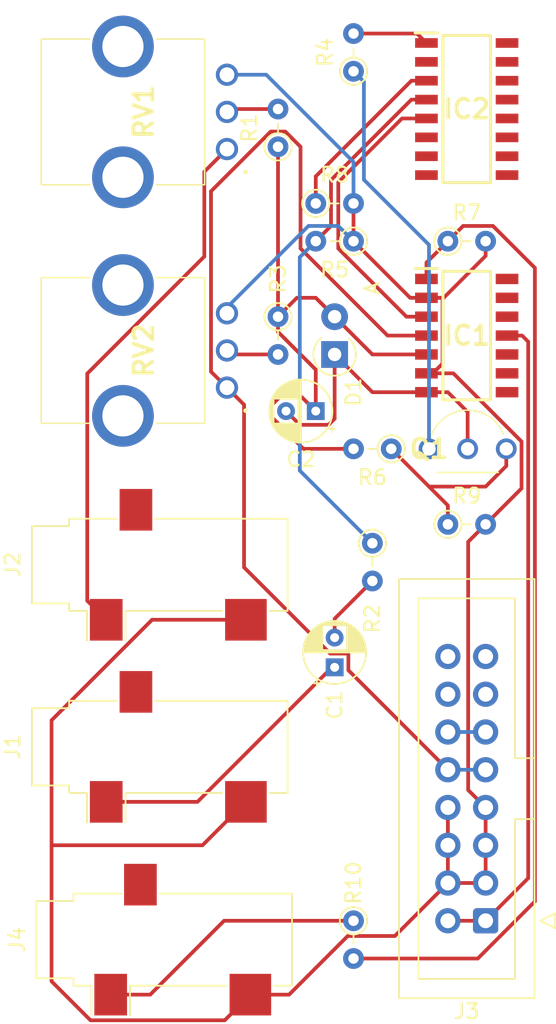
<source format=kicad_pcb>
(kicad_pcb (version 20171130) (host pcbnew "(5.1.9)-1")

  (general
    (thickness 1.6)
    (drawings 0)
    (tracks 139)
    (zones 0)
    (modules 22)
    (nets 42)
  )

  (page A4)
  (layers
    (0 F.Cu signal)
    (31 B.Cu signal)
    (32 B.Adhes user)
    (33 F.Adhes user)
    (34 B.Paste user)
    (35 F.Paste user)
    (36 B.SilkS user)
    (37 F.SilkS user)
    (38 B.Mask user)
    (39 F.Mask user)
    (40 Dwgs.User user)
    (41 Cmts.User user)
    (42 Eco1.User user)
    (43 Eco2.User user)
    (44 Edge.Cuts user)
    (45 Margin user)
    (46 B.CrtYd user)
    (47 F.CrtYd user)
    (48 B.Fab user)
    (49 F.Fab user)
  )

  (setup
    (last_trace_width 0.25)
    (trace_clearance 0.2)
    (zone_clearance 0.508)
    (zone_45_only no)
    (trace_min 0.2)
    (via_size 0.8)
    (via_drill 0.4)
    (via_min_size 0.4)
    (via_min_drill 0.3)
    (uvia_size 0.3)
    (uvia_drill 0.1)
    (uvias_allowed no)
    (uvia_min_size 0.2)
    (uvia_min_drill 0.1)
    (edge_width 0.05)
    (segment_width 0.2)
    (pcb_text_width 0.3)
    (pcb_text_size 1.5 1.5)
    (mod_edge_width 0.12)
    (mod_text_size 1 1)
    (mod_text_width 0.15)
    (pad_size 1.524 1.524)
    (pad_drill 0.762)
    (pad_to_mask_clearance 0)
    (aux_axis_origin 0 0)
    (visible_elements 7FFFFFFF)
    (pcbplotparams
      (layerselection 0x010fc_ffffffff)
      (usegerberextensions false)
      (usegerberattributes true)
      (usegerberadvancedattributes true)
      (creategerberjobfile true)
      (excludeedgelayer true)
      (linewidth 0.100000)
      (plotframeref false)
      (viasonmask false)
      (mode 1)
      (useauxorigin false)
      (hpglpennumber 1)
      (hpglpenspeed 20)
      (hpglpendiameter 15.000000)
      (psnegative false)
      (psa4output false)
      (plotreference true)
      (plotvalue true)
      (plotinvisibletext false)
      (padsonsilk false)
      (subtractmaskfromsilk false)
      (outputformat 1)
      (mirror false)
      (drillshape 1)
      (scaleselection 1)
      (outputdirectory ""))
  )

  (net 0 "")
  (net 1 "Net-(C1-Pad2)")
  (net 2 "Net-(C1-Pad1)")
  (net 3 "Net-(C2-Pad2)")
  (net 4 "Net-(C2-Pad1)")
  (net 5 "Net-(IC1-Pad11)")
  (net 6 "Net-(IC1-Pad10)")
  (net 7 "Net-(IC1-Pad9)")
  (net 8 "Net-(IC1-Pad8)")
  (net 9 "Net-(IC1-Pad2)")
  (net 10 "Net-(IC1-Pad4)")
  (net 11 "Net-(IC1-Pad3)")
  (net 12 "Net-(IC1-Pad1)")
  (net 13 "Net-(IC2-Pad16)")
  (net 14 "Net-(IC2-Pad15)")
  (net 15 "Net-(IC2-Pad14)")
  (net 16 "Net-(IC2-Pad13)")
  (net 17 "Net-(IC2-Pad12)")
  (net 18 "Net-(IC2-Pad11)")
  (net 19 "Net-(IC2-Pad10)")
  (net 20 "Net-(IC2-Pad9)")
  (net 21 "Net-(IC2-Pad8)")
  (net 22 "Net-(IC2-Pad7)")
  (net 23 "Net-(IC2-Pad6)")
  (net 24 "Net-(IC2-Pad4)")
  (net 25 "Net-(IC2-Pad3)")
  (net 26 "Net-(IC2-Pad2)")
  (net 27 "Net-(IC2-Pad1)")
  (net 28 "Net-(J2-PadS)")
  (net 29 "Net-(J3-Pad16)")
  (net 30 "Net-(J3-Pad14)")
  (net 31 "Net-(J3-Pad15)")
  (net 32 "Net-(J3-Pad13)")
  (net 33 "Net-(J3-Pad11)")
  (net 34 "Net-(J4-PadS)")
  (net 35 "Net-(Q1-Pad3)")
  (net 36 "Net-(Q1-Pad1)")
  (net 37 "Net-(R1-Pad2)")
  (net 38 "Net-(R3-Pad2)")
  (net 39 "Net-(IC1-Pad14)")
  (net 40 "Net-(IC1-Pad13)")
  (net 41 "Net-(IC1-Pad12)")

  (net_class Default "This is the default net class."
    (clearance 0.2)
    (trace_width 0.25)
    (via_dia 0.8)
    (via_drill 0.4)
    (uvia_dia 0.3)
    (uvia_drill 0.1)
    (add_net "Net-(C1-Pad1)")
    (add_net "Net-(C1-Pad2)")
    (add_net "Net-(C2-Pad1)")
    (add_net "Net-(C2-Pad2)")
    (add_net "Net-(IC1-Pad1)")
    (add_net "Net-(IC1-Pad10)")
    (add_net "Net-(IC1-Pad11)")
    (add_net "Net-(IC1-Pad12)")
    (add_net "Net-(IC1-Pad13)")
    (add_net "Net-(IC1-Pad14)")
    (add_net "Net-(IC1-Pad2)")
    (add_net "Net-(IC1-Pad3)")
    (add_net "Net-(IC1-Pad4)")
    (add_net "Net-(IC1-Pad8)")
    (add_net "Net-(IC1-Pad9)")
    (add_net "Net-(IC2-Pad1)")
    (add_net "Net-(IC2-Pad10)")
    (add_net "Net-(IC2-Pad11)")
    (add_net "Net-(IC2-Pad12)")
    (add_net "Net-(IC2-Pad13)")
    (add_net "Net-(IC2-Pad14)")
    (add_net "Net-(IC2-Pad15)")
    (add_net "Net-(IC2-Pad16)")
    (add_net "Net-(IC2-Pad2)")
    (add_net "Net-(IC2-Pad3)")
    (add_net "Net-(IC2-Pad4)")
    (add_net "Net-(IC2-Pad6)")
    (add_net "Net-(IC2-Pad7)")
    (add_net "Net-(IC2-Pad8)")
    (add_net "Net-(IC2-Pad9)")
    (add_net "Net-(J2-PadS)")
    (add_net "Net-(J3-Pad11)")
    (add_net "Net-(J3-Pad13)")
    (add_net "Net-(J3-Pad14)")
    (add_net "Net-(J3-Pad15)")
    (add_net "Net-(J3-Pad16)")
    (add_net "Net-(J4-PadS)")
    (add_net "Net-(Q1-Pad1)")
    (add_net "Net-(Q1-Pad3)")
    (add_net "Net-(R1-Pad2)")
    (add_net "Net-(R3-Pad2)")
  )

  (module SamacSys_Parts:SOIC127P600X175-16N (layer F.Cu) (tedit 0) (tstamp 6055A8A2)
    (at 80.01 86.36)
    (descr "D (R-PDSO-G16)")
    (tags "Integrated Circuit")
    (path /60555012)
    (attr smd)
    (fp_text reference IC2 (at 0 0) (layer F.SilkS)
      (effects (font (size 1.27 1.27) (thickness 0.254)))
    )
    (fp_text value LM13700MX_NOPB (at 0 0) (layer F.SilkS) hide
      (effects (font (size 1.27 1.27) (thickness 0.254)))
    )
    (fp_text user %R (at 0 0) (layer F.Fab)
      (effects (font (size 1.27 1.27) (thickness 0.254)))
    )
    (fp_line (start -3.725 -5.25) (end 3.725 -5.25) (layer F.CrtYd) (width 0.05))
    (fp_line (start 3.725 -5.25) (end 3.725 5.25) (layer F.CrtYd) (width 0.05))
    (fp_line (start 3.725 5.25) (end -3.725 5.25) (layer F.CrtYd) (width 0.05))
    (fp_line (start -3.725 5.25) (end -3.725 -5.25) (layer F.CrtYd) (width 0.05))
    (fp_line (start -1.95 -4.95) (end 1.95 -4.95) (layer F.Fab) (width 0.1))
    (fp_line (start 1.95 -4.95) (end 1.95 4.95) (layer F.Fab) (width 0.1))
    (fp_line (start 1.95 4.95) (end -1.95 4.95) (layer F.Fab) (width 0.1))
    (fp_line (start -1.95 4.95) (end -1.95 -4.95) (layer F.Fab) (width 0.1))
    (fp_line (start -1.95 -3.68) (end -0.68 -4.95) (layer F.Fab) (width 0.1))
    (fp_line (start -1.6 -4.95) (end 1.6 -4.95) (layer F.SilkS) (width 0.2))
    (fp_line (start 1.6 -4.95) (end 1.6 4.95) (layer F.SilkS) (width 0.2))
    (fp_line (start 1.6 4.95) (end -1.6 4.95) (layer F.SilkS) (width 0.2))
    (fp_line (start -1.6 4.95) (end -1.6 -4.95) (layer F.SilkS) (width 0.2))
    (fp_line (start -3.475 -5.12) (end -1.95 -5.12) (layer F.SilkS) (width 0.2))
    (pad 16 smd rect (at 2.712 -4.445 90) (size 0.65 1.525) (layers F.Cu F.Paste F.Mask)
      (net 13 "Net-(IC2-Pad16)"))
    (pad 15 smd rect (at 2.712 -3.175 90) (size 0.65 1.525) (layers F.Cu F.Paste F.Mask)
      (net 14 "Net-(IC2-Pad15)"))
    (pad 14 smd rect (at 2.712 -1.905 90) (size 0.65 1.525) (layers F.Cu F.Paste F.Mask)
      (net 15 "Net-(IC2-Pad14)"))
    (pad 13 smd rect (at 2.712 -0.635 90) (size 0.65 1.525) (layers F.Cu F.Paste F.Mask)
      (net 16 "Net-(IC2-Pad13)"))
    (pad 12 smd rect (at 2.712 0.635 90) (size 0.65 1.525) (layers F.Cu F.Paste F.Mask)
      (net 17 "Net-(IC2-Pad12)"))
    (pad 11 smd rect (at 2.712 1.905 90) (size 0.65 1.525) (layers F.Cu F.Paste F.Mask)
      (net 18 "Net-(IC2-Pad11)"))
    (pad 10 smd rect (at 2.712 3.175 90) (size 0.65 1.525) (layers F.Cu F.Paste F.Mask)
      (net 19 "Net-(IC2-Pad10)"))
    (pad 9 smd rect (at 2.712 4.445 90) (size 0.65 1.525) (layers F.Cu F.Paste F.Mask)
      (net 20 "Net-(IC2-Pad9)"))
    (pad 8 smd rect (at -2.712 4.445 90) (size 0.65 1.525) (layers F.Cu F.Paste F.Mask)
      (net 21 "Net-(IC2-Pad8)"))
    (pad 7 smd rect (at -2.712 3.175 90) (size 0.65 1.525) (layers F.Cu F.Paste F.Mask)
      (net 22 "Net-(IC2-Pad7)"))
    (pad 6 smd rect (at -2.712 1.905 90) (size 0.65 1.525) (layers F.Cu F.Paste F.Mask)
      (net 23 "Net-(IC2-Pad6)"))
    (pad 5 smd rect (at -2.712 0.635 90) (size 0.65 1.525) (layers F.Cu F.Paste F.Mask)
      (net 11 "Net-(IC1-Pad3)"))
    (pad 4 smd rect (at -2.712 -0.635 90) (size 0.65 1.525) (layers F.Cu F.Paste F.Mask)
      (net 24 "Net-(IC2-Pad4)"))
    (pad 3 smd rect (at -2.712 -1.905 90) (size 0.65 1.525) (layers F.Cu F.Paste F.Mask)
      (net 25 "Net-(IC2-Pad3)"))
    (pad 2 smd rect (at -2.712 -3.175 90) (size 0.65 1.525) (layers F.Cu F.Paste F.Mask)
      (net 26 "Net-(IC2-Pad2)"))
    (pad 1 smd rect (at -2.712 -4.445 90) (size 0.65 1.525) (layers F.Cu F.Paste F.Mask)
      (net 27 "Net-(IC2-Pad1)"))
    (model D:\Projects\Curcits\Footprints\SamacSys_Parts.3dshapes\LM13700MX_NOPB.stp
      (at (xyz 0 0 0))
      (scale (xyz 1 1 1))
      (rotate (xyz 0 0 0))
    )
  )

  (module SamacSys_Parts:SOIC127P600X175-14N (layer F.Cu) (tedit 0) (tstamp 6055A87F)
    (at 80.01 101.6)
    (descr "SO 14")
    (tags "Integrated Circuit")
    (path /605593BA)
    (attr smd)
    (fp_text reference IC1 (at 0 0) (layer F.SilkS)
      (effects (font (size 1.27 1.27) (thickness 0.254)))
    )
    (fp_text value TL074IYDT (at 0 0) (layer F.SilkS) hide
      (effects (font (size 1.27 1.27) (thickness 0.254)))
    )
    (fp_text user %R (at 0 0) (layer F.Fab)
      (effects (font (size 1.27 1.27) (thickness 0.254)))
    )
    (fp_line (start -3.725 -4.625) (end 3.725 -4.625) (layer F.CrtYd) (width 0.05))
    (fp_line (start 3.725 -4.625) (end 3.725 4.625) (layer F.CrtYd) (width 0.05))
    (fp_line (start 3.725 4.625) (end -3.725 4.625) (layer F.CrtYd) (width 0.05))
    (fp_line (start -3.725 4.625) (end -3.725 -4.625) (layer F.CrtYd) (width 0.05))
    (fp_line (start -1.95 -4.325) (end 1.95 -4.325) (layer F.Fab) (width 0.1))
    (fp_line (start 1.95 -4.325) (end 1.95 4.325) (layer F.Fab) (width 0.1))
    (fp_line (start 1.95 4.325) (end -1.95 4.325) (layer F.Fab) (width 0.1))
    (fp_line (start -1.95 4.325) (end -1.95 -4.325) (layer F.Fab) (width 0.1))
    (fp_line (start -1.95 -3.055) (end -0.68 -4.325) (layer F.Fab) (width 0.1))
    (fp_line (start -1.6 -4.325) (end 1.6 -4.325) (layer F.SilkS) (width 0.2))
    (fp_line (start 1.6 -4.325) (end 1.6 4.325) (layer F.SilkS) (width 0.2))
    (fp_line (start 1.6 4.325) (end -1.6 4.325) (layer F.SilkS) (width 0.2))
    (fp_line (start -1.6 4.325) (end -1.6 -4.325) (layer F.SilkS) (width 0.2))
    (fp_line (start -3.475 -4.51) (end -1.95 -4.51) (layer F.SilkS) (width 0.2))
    (pad 14 smd rect (at 2.712 -3.81 90) (size 0.7 1.525) (layers F.Cu F.Paste F.Mask)
      (net 39 "Net-(IC1-Pad14)"))
    (pad 13 smd rect (at 2.712 -2.54 90) (size 0.7 1.525) (layers F.Cu F.Paste F.Mask)
      (net 40 "Net-(IC1-Pad13)"))
    (pad 12 smd rect (at 2.712 -1.27 90) (size 0.7 1.525) (layers F.Cu F.Paste F.Mask)
      (net 41 "Net-(IC1-Pad12)"))
    (pad 11 smd rect (at 2.712 0 90) (size 0.7 1.525) (layers F.Cu F.Paste F.Mask)
      (net 5 "Net-(IC1-Pad11)"))
    (pad 10 smd rect (at 2.712 1.27 90) (size 0.7 1.525) (layers F.Cu F.Paste F.Mask)
      (net 6 "Net-(IC1-Pad10)"))
    (pad 9 smd rect (at 2.712 2.54 90) (size 0.7 1.525) (layers F.Cu F.Paste F.Mask)
      (net 7 "Net-(IC1-Pad9)"))
    (pad 8 smd rect (at 2.712 3.81 90) (size 0.7 1.525) (layers F.Cu F.Paste F.Mask)
      (net 8 "Net-(IC1-Pad8)"))
    (pad 7 smd rect (at -2.712 3.81 90) (size 0.7 1.525) (layers F.Cu F.Paste F.Mask)
      (net 3 "Net-(C2-Pad2)"))
    (pad 6 smd rect (at -2.712 2.54 90) (size 0.7 1.525) (layers F.Cu F.Paste F.Mask)
      (net 9 "Net-(IC1-Pad2)"))
    (pad 5 smd rect (at -2.712 1.27 90) (size 0.7 1.525) (layers F.Cu F.Paste F.Mask)
      (net 4 "Net-(C2-Pad1)"))
    (pad 4 smd rect (at -2.712 0 90) (size 0.7 1.525) (layers F.Cu F.Paste F.Mask)
      (net 10 "Net-(IC1-Pad4)"))
    (pad 3 smd rect (at -2.712 -1.27 90) (size 0.7 1.525) (layers F.Cu F.Paste F.Mask)
      (net 11 "Net-(IC1-Pad3)"))
    (pad 2 smd rect (at -2.712 -2.54 90) (size 0.7 1.525) (layers F.Cu F.Paste F.Mask)
      (net 9 "Net-(IC1-Pad2)"))
    (pad 1 smd rect (at -2.712 -3.81 90) (size 0.7 1.525) (layers F.Cu F.Paste F.Mask)
      (net 12 "Net-(IC1-Pad1)"))
    (model D:\Projects\Curcits\Footprints\SamacSys_Parts.3dshapes\TL074IYDT.stp
      (at (xyz 0 0 0))
      (scale (xyz 1 1 1))
      (rotate (xyz 0 0 0))
    )
  )

  (module Resistor_THT:R_Axial_DIN0204_L3.6mm_D1.6mm_P2.54mm_Vertical (layer F.Cu) (tedit 5AE5139B) (tstamp 6055A9B5)
    (at 78.74 95.25)
    (descr "Resistor, Axial_DIN0204 series, Axial, Vertical, pin pitch=2.54mm, 0.167W, length*diameter=3.6*1.6mm^2, http://cdn-reichelt.de/documents/datenblatt/B400/1_4W%23YAG.pdf")
    (tags "Resistor Axial_DIN0204 series Axial Vertical pin pitch 2.54mm 0.167W length 3.6mm diameter 1.6mm")
    (path /60563252)
    (fp_text reference R7 (at 1.27 -1.92) (layer F.SilkS)
      (effects (font (size 1 1) (thickness 0.15)))
    )
    (fp_text value 18K (at 1.27 1.92) (layer F.Fab)
      (effects (font (size 1 1) (thickness 0.15)))
    )
    (fp_line (start 3.49 -1.05) (end -1.05 -1.05) (layer F.CrtYd) (width 0.05))
    (fp_line (start 3.49 1.05) (end 3.49 -1.05) (layer F.CrtYd) (width 0.05))
    (fp_line (start -1.05 1.05) (end 3.49 1.05) (layer F.CrtYd) (width 0.05))
    (fp_line (start -1.05 -1.05) (end -1.05 1.05) (layer F.CrtYd) (width 0.05))
    (fp_line (start 0.92 0) (end 1.54 0) (layer F.SilkS) (width 0.12))
    (fp_line (start 0 0) (end 2.54 0) (layer F.Fab) (width 0.1))
    (fp_circle (center 0 0) (end 0.92 0) (layer F.SilkS) (width 0.12))
    (fp_circle (center 0 0) (end 0.8 0) (layer F.Fab) (width 0.1))
    (fp_text user %R (at 1.27 -1.92) (layer F.Fab)
      (effects (font (size 1 1) (thickness 0.15)))
    )
    (pad 2 thru_hole oval (at 2.54 0) (size 1.4 1.4) (drill 0.7) (layers *.Cu *.Mask)
      (net 9 "Net-(IC1-Pad2)"))
    (pad 1 thru_hole circle (at 0 0) (size 1.4 1.4) (drill 0.7) (layers *.Cu *.Mask)
      (net 12 "Net-(IC1-Pad1)"))
    (model ${KISYS3DMOD}/Resistor_THT.3dshapes/R_Axial_DIN0204_L3.6mm_D1.6mm_P2.54mm_Vertical.wrl
      (at (xyz 0 0 0))
      (scale (xyz 1 1 1))
      (rotate (xyz 0 0 0))
    )
  )

  (module Resistor_THT:R_Axial_DIN0204_L3.6mm_D1.6mm_P2.54mm_Vertical (layer F.Cu) (tedit 5AE5139B) (tstamp 6055A979)
    (at 67.31 100.33 270)
    (descr "Resistor, Axial_DIN0204 series, Axial, Vertical, pin pitch=2.54mm, 0.167W, length*diameter=3.6*1.6mm^2, http://cdn-reichelt.de/documents/datenblatt/B400/1_4W%23YAG.pdf")
    (tags "Resistor Axial_DIN0204 series Axial Vertical pin pitch 2.54mm 0.167W length 3.6mm diameter 1.6mm")
    (path /6058FFD9)
    (fp_text reference R3 (at -2.54 0 90) (layer F.SilkS)
      (effects (font (size 1 1) (thickness 0.15)))
    )
    (fp_text value 330k (at -6.35 0 90) (layer F.Fab)
      (effects (font (size 1 1) (thickness 0.15)))
    )
    (fp_line (start 3.49 -1.05) (end -1.05 -1.05) (layer F.CrtYd) (width 0.05))
    (fp_line (start 3.49 1.05) (end 3.49 -1.05) (layer F.CrtYd) (width 0.05))
    (fp_line (start -1.05 1.05) (end 3.49 1.05) (layer F.CrtYd) (width 0.05))
    (fp_line (start -1.05 -1.05) (end -1.05 1.05) (layer F.CrtYd) (width 0.05))
    (fp_line (start 0.92 0) (end 1.54 0) (layer F.SilkS) (width 0.12))
    (fp_line (start 0 0) (end 2.54 0) (layer F.Fab) (width 0.1))
    (fp_circle (center 0 0) (end 0.92 0) (layer F.SilkS) (width 0.12))
    (fp_circle (center 0 0) (end 0.8 0) (layer F.Fab) (width 0.1))
    (fp_text user %R (at -2.54 0 90) (layer F.Fab)
      (effects (font (size 1 1) (thickness 0.15)))
    )
    (pad 2 thru_hole oval (at 2.54 0 270) (size 1.4 1.4) (drill 0.7) (layers *.Cu *.Mask)
      (net 38 "Net-(R3-Pad2)"))
    (pad 1 thru_hole circle (at 0 0 270) (size 1.4 1.4) (drill 0.7) (layers *.Cu *.Mask)
      (net 4 "Net-(C2-Pad1)"))
    (model ${KISYS3DMOD}/Resistor_THT.3dshapes/R_Axial_DIN0204_L3.6mm_D1.6mm_P2.54mm_Vertical.wrl
      (at (xyz 0 0 0))
      (scale (xyz 1 1 1))
      (rotate (xyz 0 0 0))
    )
  )

  (module Resistor_THT:R_Axial_DIN0204_L3.6mm_D1.6mm_P2.54mm_Vertical (layer F.Cu) (tedit 5AE5139B) (tstamp 6055A9E2)
    (at 72.39 140.97 270)
    (descr "Resistor, Axial_DIN0204 series, Axial, Vertical, pin pitch=2.54mm, 0.167W, length*diameter=3.6*1.6mm^2, http://cdn-reichelt.de/documents/datenblatt/B400/1_4W%23YAG.pdf")
    (tags "Resistor Axial_DIN0204 series Axial Vertical pin pitch 2.54mm 0.167W length 3.6mm diameter 1.6mm")
    (path /60564E0E)
    (fp_text reference R10 (at -2.54 0 90) (layer F.SilkS)
      (effects (font (size 1 1) (thickness 0.15)))
    )
    (fp_text value 1k (at 1.27 1.92 90) (layer F.Fab)
      (effects (font (size 1 1) (thickness 0.15)))
    )
    (fp_line (start 3.49 -1.05) (end -1.05 -1.05) (layer F.CrtYd) (width 0.05))
    (fp_line (start 3.49 1.05) (end 3.49 -1.05) (layer F.CrtYd) (width 0.05))
    (fp_line (start -1.05 1.05) (end 3.49 1.05) (layer F.CrtYd) (width 0.05))
    (fp_line (start -1.05 -1.05) (end -1.05 1.05) (layer F.CrtYd) (width 0.05))
    (fp_line (start 0.92 0) (end 1.54 0) (layer F.SilkS) (width 0.12))
    (fp_line (start 0 0) (end 2.54 0) (layer F.Fab) (width 0.1))
    (fp_circle (center 0 0) (end 0.92 0) (layer F.SilkS) (width 0.12))
    (fp_circle (center 0 0) (end 0.8 0) (layer F.Fab) (width 0.1))
    (fp_text user %R (at 1.27 -1.92 90) (layer F.Fab)
      (effects (font (size 1 1) (thickness 0.15)))
    )
    (pad 2 thru_hole oval (at 2.54 0 270) (size 1.4 1.4) (drill 0.7) (layers *.Cu *.Mask)
      (net 12 "Net-(IC1-Pad1)"))
    (pad 1 thru_hole circle (at 0 0 270) (size 1.4 1.4) (drill 0.7) (layers *.Cu *.Mask)
      (net 34 "Net-(J4-PadS)"))
    (model ${KISYS3DMOD}/Resistor_THT.3dshapes/R_Axial_DIN0204_L3.6mm_D1.6mm_P2.54mm_Vertical.wrl
      (at (xyz 0 0 0))
      (scale (xyz 1 1 1))
      (rotate (xyz 0 0 0))
    )
  )

  (module Connector_IDC:IDC-Header_2x08_P2.54mm_Vertical (layer F.Cu) (tedit 5EAC9A07) (tstamp 6055D4D6)
    (at 81.28 140.97 180)
    (descr "Through hole IDC box header, 2x08, 2.54mm pitch, DIN 41651 / IEC 60603-13, double rows, https://docs.google.com/spreadsheets/d/16SsEcesNF15N3Lb4niX7dcUr-NY5_MFPQhobNuNppn4/edit#gid=0")
    (tags "Through hole vertical IDC box header THT 2x08 2.54mm double row")
    (path /6056D09E)
    (fp_text reference J3 (at 1.27 -6.1) (layer F.SilkS)
      (effects (font (size 1 1) (thickness 0.15)))
    )
    (fp_text value power (at 1.27 23.88) (layer F.Fab)
      (effects (font (size 1 1) (thickness 0.15)))
    )
    (fp_line (start 6.22 -5.6) (end -3.68 -5.6) (layer F.CrtYd) (width 0.05))
    (fp_line (start 6.22 23.38) (end 6.22 -5.6) (layer F.CrtYd) (width 0.05))
    (fp_line (start -3.68 23.38) (end 6.22 23.38) (layer F.CrtYd) (width 0.05))
    (fp_line (start -3.68 -5.6) (end -3.68 23.38) (layer F.CrtYd) (width 0.05))
    (fp_line (start -4.68 0.5) (end -3.68 0) (layer F.SilkS) (width 0.12))
    (fp_line (start -4.68 -0.5) (end -4.68 0.5) (layer F.SilkS) (width 0.12))
    (fp_line (start -3.68 0) (end -4.68 -0.5) (layer F.SilkS) (width 0.12))
    (fp_line (start -1.98 10.94) (end -3.29 10.94) (layer F.SilkS) (width 0.12))
    (fp_line (start -1.98 10.94) (end -1.98 10.94) (layer F.SilkS) (width 0.12))
    (fp_line (start -1.98 21.69) (end -1.98 10.94) (layer F.SilkS) (width 0.12))
    (fp_line (start 4.52 21.69) (end -1.98 21.69) (layer F.SilkS) (width 0.12))
    (fp_line (start 4.52 -3.91) (end 4.52 21.69) (layer F.SilkS) (width 0.12))
    (fp_line (start -1.98 -3.91) (end 4.52 -3.91) (layer F.SilkS) (width 0.12))
    (fp_line (start -1.98 6.84) (end -1.98 -3.91) (layer F.SilkS) (width 0.12))
    (fp_line (start -3.29 6.84) (end -1.98 6.84) (layer F.SilkS) (width 0.12))
    (fp_line (start -3.29 22.99) (end -3.29 -5.21) (layer F.SilkS) (width 0.12))
    (fp_line (start 5.83 22.99) (end -3.29 22.99) (layer F.SilkS) (width 0.12))
    (fp_line (start 5.83 -5.21) (end 5.83 22.99) (layer F.SilkS) (width 0.12))
    (fp_line (start -3.29 -5.21) (end 5.83 -5.21) (layer F.SilkS) (width 0.12))
    (fp_line (start -1.98 10.94) (end -3.18 10.94) (layer F.Fab) (width 0.1))
    (fp_line (start -1.98 10.94) (end -1.98 10.94) (layer F.Fab) (width 0.1))
    (fp_line (start -1.98 21.69) (end -1.98 10.94) (layer F.Fab) (width 0.1))
    (fp_line (start 4.52 21.69) (end -1.98 21.69) (layer F.Fab) (width 0.1))
    (fp_line (start 4.52 -3.91) (end 4.52 21.69) (layer F.Fab) (width 0.1))
    (fp_line (start -1.98 -3.91) (end 4.52 -3.91) (layer F.Fab) (width 0.1))
    (fp_line (start -1.98 6.84) (end -1.98 -3.91) (layer F.Fab) (width 0.1))
    (fp_line (start -3.18 6.84) (end -1.98 6.84) (layer F.Fab) (width 0.1))
    (fp_line (start -3.18 22.88) (end -3.18 -4.1) (layer F.Fab) (width 0.1))
    (fp_line (start 5.72 22.88) (end -3.18 22.88) (layer F.Fab) (width 0.1))
    (fp_line (start 5.72 -5.1) (end 5.72 22.88) (layer F.Fab) (width 0.1))
    (fp_line (start -2.18 -5.1) (end 5.72 -5.1) (layer F.Fab) (width 0.1))
    (fp_line (start -3.18 -4.1) (end -2.18 -5.1) (layer F.Fab) (width 0.1))
    (fp_text user %R (at 1.27 8.89 90) (layer F.Fab)
      (effects (font (size 1 1) (thickness 0.15)))
    )
    (pad 16 thru_hole circle (at 2.54 17.78 180) (size 1.7 1.7) (drill 1) (layers *.Cu *.Mask)
      (net 29 "Net-(J3-Pad16)"))
    (pad 14 thru_hole circle (at 2.54 15.24 180) (size 1.7 1.7) (drill 1) (layers *.Cu *.Mask)
      (net 30 "Net-(J3-Pad14)"))
    (pad 12 thru_hole circle (at 2.54 12.7 180) (size 1.7 1.7) (drill 1) (layers *.Cu *.Mask)
      (net 33 "Net-(J3-Pad11)"))
    (pad 10 thru_hole circle (at 2.54 10.16 180) (size 1.7 1.7) (drill 1) (layers *.Cu *.Mask)
      (net 10 "Net-(IC1-Pad4)"))
    (pad 8 thru_hole circle (at 2.54 7.62 180) (size 1.7 1.7) (drill 1) (layers *.Cu *.Mask)
      (net 9 "Net-(IC1-Pad2)"))
    (pad 6 thru_hole circle (at 2.54 5.08 180) (size 1.7 1.7) (drill 1) (layers *.Cu *.Mask)
      (net 9 "Net-(IC1-Pad2)"))
    (pad 4 thru_hole circle (at 2.54 2.54 180) (size 1.7 1.7) (drill 1) (layers *.Cu *.Mask)
      (net 9 "Net-(IC1-Pad2)"))
    (pad 2 thru_hole circle (at 2.54 0 180) (size 1.7 1.7) (drill 1) (layers *.Cu *.Mask)
      (net 5 "Net-(IC1-Pad11)"))
    (pad 15 thru_hole circle (at 0 17.78 180) (size 1.7 1.7) (drill 1) (layers *.Cu *.Mask)
      (net 31 "Net-(J3-Pad15)"))
    (pad 13 thru_hole circle (at 0 15.24 180) (size 1.7 1.7) (drill 1) (layers *.Cu *.Mask)
      (net 32 "Net-(J3-Pad13)"))
    (pad 11 thru_hole circle (at 0 12.7 180) (size 1.7 1.7) (drill 1) (layers *.Cu *.Mask)
      (net 33 "Net-(J3-Pad11)"))
    (pad 9 thru_hole circle (at 0 10.16 180) (size 1.7 1.7) (drill 1) (layers *.Cu *.Mask)
      (net 10 "Net-(IC1-Pad4)"))
    (pad 7 thru_hole circle (at 0 7.62 180) (size 1.7 1.7) (drill 1) (layers *.Cu *.Mask)
      (net 9 "Net-(IC1-Pad2)"))
    (pad 5 thru_hole circle (at 0 5.08 180) (size 1.7 1.7) (drill 1) (layers *.Cu *.Mask)
      (net 9 "Net-(IC1-Pad2)"))
    (pad 3 thru_hole circle (at 0 2.54 180) (size 1.7 1.7) (drill 1) (layers *.Cu *.Mask)
      (net 9 "Net-(IC1-Pad2)"))
    (pad 1 thru_hole roundrect (at 0 0 180) (size 1.7 1.7) (drill 1) (layers *.Cu *.Mask) (roundrect_rratio 0.147059)
      (net 5 "Net-(IC1-Pad11)"))
    (model ${KISYS3DMOD}/Connector_IDC.3dshapes/IDC-Header_2x08_P2.54mm_Vertical.wrl
      (at (xyz 0 0 0))
      (scale (xyz 1 1 1))
      (rotate (xyz 0 0 0))
    )
  )

  (module Capacitor_THT:CP_Radial_D4.0mm_P2.00mm (layer F.Cu) (tedit 5AE50EF0) (tstamp 6055A7E2)
    (at 71.12 123.92 90)
    (descr "CP, Radial series, Radial, pin pitch=2.00mm, , diameter=4mm, Electrolytic Capacitor")
    (tags "CP Radial series Radial pin pitch 2.00mm  diameter 4mm Electrolytic Capacitor")
    (path /6055C638)
    (fp_text reference C1 (at -2.54 0 90) (layer F.SilkS)
      (effects (font (size 1 1) (thickness 0.15)))
    )
    (fp_text value 470n (at -3.08 1.27 90) (layer F.Fab)
      (effects (font (size 1 1) (thickness 0.15)))
    )
    (fp_line (start -1.069801 -1.395) (end -1.069801 -0.995) (layer F.SilkS) (width 0.12))
    (fp_line (start -1.269801 -1.195) (end -0.869801 -1.195) (layer F.SilkS) (width 0.12))
    (fp_line (start 3.081 -0.37) (end 3.081 0.37) (layer F.SilkS) (width 0.12))
    (fp_line (start 3.041 -0.537) (end 3.041 0.537) (layer F.SilkS) (width 0.12))
    (fp_line (start 3.001 -0.664) (end 3.001 0.664) (layer F.SilkS) (width 0.12))
    (fp_line (start 2.961 -0.768) (end 2.961 0.768) (layer F.SilkS) (width 0.12))
    (fp_line (start 2.921 -0.859) (end 2.921 0.859) (layer F.SilkS) (width 0.12))
    (fp_line (start 2.881 -0.94) (end 2.881 0.94) (layer F.SilkS) (width 0.12))
    (fp_line (start 2.841 -1.013) (end 2.841 1.013) (layer F.SilkS) (width 0.12))
    (fp_line (start 2.801 0.84) (end 2.801 1.08) (layer F.SilkS) (width 0.12))
    (fp_line (start 2.801 -1.08) (end 2.801 -0.84) (layer F.SilkS) (width 0.12))
    (fp_line (start 2.761 0.84) (end 2.761 1.142) (layer F.SilkS) (width 0.12))
    (fp_line (start 2.761 -1.142) (end 2.761 -0.84) (layer F.SilkS) (width 0.12))
    (fp_line (start 2.721 0.84) (end 2.721 1.2) (layer F.SilkS) (width 0.12))
    (fp_line (start 2.721 -1.2) (end 2.721 -0.84) (layer F.SilkS) (width 0.12))
    (fp_line (start 2.681 0.84) (end 2.681 1.254) (layer F.SilkS) (width 0.12))
    (fp_line (start 2.681 -1.254) (end 2.681 -0.84) (layer F.SilkS) (width 0.12))
    (fp_line (start 2.641 0.84) (end 2.641 1.304) (layer F.SilkS) (width 0.12))
    (fp_line (start 2.641 -1.304) (end 2.641 -0.84) (layer F.SilkS) (width 0.12))
    (fp_line (start 2.601 0.84) (end 2.601 1.351) (layer F.SilkS) (width 0.12))
    (fp_line (start 2.601 -1.351) (end 2.601 -0.84) (layer F.SilkS) (width 0.12))
    (fp_line (start 2.561 0.84) (end 2.561 1.396) (layer F.SilkS) (width 0.12))
    (fp_line (start 2.561 -1.396) (end 2.561 -0.84) (layer F.SilkS) (width 0.12))
    (fp_line (start 2.521 0.84) (end 2.521 1.438) (layer F.SilkS) (width 0.12))
    (fp_line (start 2.521 -1.438) (end 2.521 -0.84) (layer F.SilkS) (width 0.12))
    (fp_line (start 2.481 0.84) (end 2.481 1.478) (layer F.SilkS) (width 0.12))
    (fp_line (start 2.481 -1.478) (end 2.481 -0.84) (layer F.SilkS) (width 0.12))
    (fp_line (start 2.441 0.84) (end 2.441 1.516) (layer F.SilkS) (width 0.12))
    (fp_line (start 2.441 -1.516) (end 2.441 -0.84) (layer F.SilkS) (width 0.12))
    (fp_line (start 2.401 0.84) (end 2.401 1.552) (layer F.SilkS) (width 0.12))
    (fp_line (start 2.401 -1.552) (end 2.401 -0.84) (layer F.SilkS) (width 0.12))
    (fp_line (start 2.361 0.84) (end 2.361 1.587) (layer F.SilkS) (width 0.12))
    (fp_line (start 2.361 -1.587) (end 2.361 -0.84) (layer F.SilkS) (width 0.12))
    (fp_line (start 2.321 0.84) (end 2.321 1.619) (layer F.SilkS) (width 0.12))
    (fp_line (start 2.321 -1.619) (end 2.321 -0.84) (layer F.SilkS) (width 0.12))
    (fp_line (start 2.281 0.84) (end 2.281 1.65) (layer F.SilkS) (width 0.12))
    (fp_line (start 2.281 -1.65) (end 2.281 -0.84) (layer F.SilkS) (width 0.12))
    (fp_line (start 2.241 0.84) (end 2.241 1.68) (layer F.SilkS) (width 0.12))
    (fp_line (start 2.241 -1.68) (end 2.241 -0.84) (layer F.SilkS) (width 0.12))
    (fp_line (start 2.201 0.84) (end 2.201 1.708) (layer F.SilkS) (width 0.12))
    (fp_line (start 2.201 -1.708) (end 2.201 -0.84) (layer F.SilkS) (width 0.12))
    (fp_line (start 2.161 0.84) (end 2.161 1.735) (layer F.SilkS) (width 0.12))
    (fp_line (start 2.161 -1.735) (end 2.161 -0.84) (layer F.SilkS) (width 0.12))
    (fp_line (start 2.121 0.84) (end 2.121 1.76) (layer F.SilkS) (width 0.12))
    (fp_line (start 2.121 -1.76) (end 2.121 -0.84) (layer F.SilkS) (width 0.12))
    (fp_line (start 2.081 0.84) (end 2.081 1.785) (layer F.SilkS) (width 0.12))
    (fp_line (start 2.081 -1.785) (end 2.081 -0.84) (layer F.SilkS) (width 0.12))
    (fp_line (start 2.041 0.84) (end 2.041 1.808) (layer F.SilkS) (width 0.12))
    (fp_line (start 2.041 -1.808) (end 2.041 -0.84) (layer F.SilkS) (width 0.12))
    (fp_line (start 2.001 0.84) (end 2.001 1.83) (layer F.SilkS) (width 0.12))
    (fp_line (start 2.001 -1.83) (end 2.001 -0.84) (layer F.SilkS) (width 0.12))
    (fp_line (start 1.961 0.84) (end 1.961 1.851) (layer F.SilkS) (width 0.12))
    (fp_line (start 1.961 -1.851) (end 1.961 -0.84) (layer F.SilkS) (width 0.12))
    (fp_line (start 1.921 0.84) (end 1.921 1.87) (layer F.SilkS) (width 0.12))
    (fp_line (start 1.921 -1.87) (end 1.921 -0.84) (layer F.SilkS) (width 0.12))
    (fp_line (start 1.881 0.84) (end 1.881 1.889) (layer F.SilkS) (width 0.12))
    (fp_line (start 1.881 -1.889) (end 1.881 -0.84) (layer F.SilkS) (width 0.12))
    (fp_line (start 1.841 0.84) (end 1.841 1.907) (layer F.SilkS) (width 0.12))
    (fp_line (start 1.841 -1.907) (end 1.841 -0.84) (layer F.SilkS) (width 0.12))
    (fp_line (start 1.801 0.84) (end 1.801 1.924) (layer F.SilkS) (width 0.12))
    (fp_line (start 1.801 -1.924) (end 1.801 -0.84) (layer F.SilkS) (width 0.12))
    (fp_line (start 1.761 0.84) (end 1.761 1.94) (layer F.SilkS) (width 0.12))
    (fp_line (start 1.761 -1.94) (end 1.761 -0.84) (layer F.SilkS) (width 0.12))
    (fp_line (start 1.721 0.84) (end 1.721 1.954) (layer F.SilkS) (width 0.12))
    (fp_line (start 1.721 -1.954) (end 1.721 -0.84) (layer F.SilkS) (width 0.12))
    (fp_line (start 1.68 0.84) (end 1.68 1.968) (layer F.SilkS) (width 0.12))
    (fp_line (start 1.68 -1.968) (end 1.68 -0.84) (layer F.SilkS) (width 0.12))
    (fp_line (start 1.64 0.84) (end 1.64 1.982) (layer F.SilkS) (width 0.12))
    (fp_line (start 1.64 -1.982) (end 1.64 -0.84) (layer F.SilkS) (width 0.12))
    (fp_line (start 1.6 0.84) (end 1.6 1.994) (layer F.SilkS) (width 0.12))
    (fp_line (start 1.6 -1.994) (end 1.6 -0.84) (layer F.SilkS) (width 0.12))
    (fp_line (start 1.56 0.84) (end 1.56 2.005) (layer F.SilkS) (width 0.12))
    (fp_line (start 1.56 -2.005) (end 1.56 -0.84) (layer F.SilkS) (width 0.12))
    (fp_line (start 1.52 0.84) (end 1.52 2.016) (layer F.SilkS) (width 0.12))
    (fp_line (start 1.52 -2.016) (end 1.52 -0.84) (layer F.SilkS) (width 0.12))
    (fp_line (start 1.48 0.84) (end 1.48 2.025) (layer F.SilkS) (width 0.12))
    (fp_line (start 1.48 -2.025) (end 1.48 -0.84) (layer F.SilkS) (width 0.12))
    (fp_line (start 1.44 0.84) (end 1.44 2.034) (layer F.SilkS) (width 0.12))
    (fp_line (start 1.44 -2.034) (end 1.44 -0.84) (layer F.SilkS) (width 0.12))
    (fp_line (start 1.4 0.84) (end 1.4 2.042) (layer F.SilkS) (width 0.12))
    (fp_line (start 1.4 -2.042) (end 1.4 -0.84) (layer F.SilkS) (width 0.12))
    (fp_line (start 1.36 0.84) (end 1.36 2.05) (layer F.SilkS) (width 0.12))
    (fp_line (start 1.36 -2.05) (end 1.36 -0.84) (layer F.SilkS) (width 0.12))
    (fp_line (start 1.32 0.84) (end 1.32 2.056) (layer F.SilkS) (width 0.12))
    (fp_line (start 1.32 -2.056) (end 1.32 -0.84) (layer F.SilkS) (width 0.12))
    (fp_line (start 1.28 0.84) (end 1.28 2.062) (layer F.SilkS) (width 0.12))
    (fp_line (start 1.28 -2.062) (end 1.28 -0.84) (layer F.SilkS) (width 0.12))
    (fp_line (start 1.24 0.84) (end 1.24 2.067) (layer F.SilkS) (width 0.12))
    (fp_line (start 1.24 -2.067) (end 1.24 -0.84) (layer F.SilkS) (width 0.12))
    (fp_line (start 1.2 0.84) (end 1.2 2.071) (layer F.SilkS) (width 0.12))
    (fp_line (start 1.2 -2.071) (end 1.2 -0.84) (layer F.SilkS) (width 0.12))
    (fp_line (start 1.16 -2.074) (end 1.16 2.074) (layer F.SilkS) (width 0.12))
    (fp_line (start 1.12 -2.077) (end 1.12 2.077) (layer F.SilkS) (width 0.12))
    (fp_line (start 1.08 -2.079) (end 1.08 2.079) (layer F.SilkS) (width 0.12))
    (fp_line (start 1.04 -2.08) (end 1.04 2.08) (layer F.SilkS) (width 0.12))
    (fp_line (start 1 -2.08) (end 1 2.08) (layer F.SilkS) (width 0.12))
    (fp_line (start -0.502554 -1.0675) (end -0.502554 -0.6675) (layer F.Fab) (width 0.1))
    (fp_line (start -0.702554 -0.8675) (end -0.302554 -0.8675) (layer F.Fab) (width 0.1))
    (fp_circle (center 1 0) (end 3.25 0) (layer F.CrtYd) (width 0.05))
    (fp_circle (center 1 0) (end 3.12 0) (layer F.SilkS) (width 0.12))
    (fp_circle (center 1 0) (end 3 0) (layer F.Fab) (width 0.1))
    (fp_text user %R (at 1 0 90) (layer F.Fab)
      (effects (font (size 0.8 0.8) (thickness 0.12)))
    )
    (pad 2 thru_hole circle (at 2 0 90) (size 1.2 1.2) (drill 0.6) (layers *.Cu *.Mask)
      (net 1 "Net-(C1-Pad2)"))
    (pad 1 thru_hole rect (at 0 0 90) (size 1.2 1.2) (drill 0.6) (layers *.Cu *.Mask)
      (net 2 "Net-(C1-Pad1)"))
    (model ${KISYS3DMOD}/Capacitor_THT.3dshapes/CP_Radial_D4.0mm_P2.00mm.wrl
      (at (xyz 0 0 0))
      (scale (xyz 1 1 1))
      (rotate (xyz 0 0 0))
    )
  )

  (module SamacSys_Parts:RK09D113BF25B15 (layer F.Cu) (tedit 0) (tstamp 6055AA1A)
    (at 63.875 105.102 90)
    (descr RK09D113BF25B15-1)
    (tags "Variable Resistor")
    (path /6058B606)
    (fp_text reference RV2 (at 2.5 -5.6 90) (layer F.SilkS)
      (effects (font (size 1.27 1.27) (thickness 0.254)))
    )
    (fp_text value "CV amt" (at 2.5 -5.6 90) (layer F.SilkS) hide
      (effects (font (size 1.27 1.27) (thickness 0.254)))
    )
    (fp_line (start -1.6 1.25) (end -1.6 1.25) (layer F.SilkS) (width 0.2))
    (fp_line (start -1.5 1.25) (end -1.5 1.25) (layer F.SilkS) (width 0.2))
    (fp_line (start 7.4 -1.5) (end 7.4 -4.75) (layer F.SilkS) (width 0.1))
    (fp_line (start -2.4 -1.5) (end 7.4 -1.5) (layer F.SilkS) (width 0.1))
    (fp_line (start -2.4 -4.75) (end -2.4 -1.5) (layer F.SilkS) (width 0.1))
    (fp_line (start 7.4 -12.5) (end 7.4 -9.25) (layer F.SilkS) (width 0.1))
    (fp_line (start -2.4 -12.5) (end 7.4 -12.5) (layer F.SilkS) (width 0.1))
    (fp_line (start -2.4 -9.25) (end -2.4 -12.5) (layer F.SilkS) (width 0.1))
    (fp_line (start -4.978 2.3) (end -4.978 -13.5) (layer F.CrtYd) (width 0.1))
    (fp_line (start 9.978 2.3) (end -4.978 2.3) (layer F.CrtYd) (width 0.1))
    (fp_line (start 9.978 -13.5) (end 9.978 2.3) (layer F.CrtYd) (width 0.1))
    (fp_line (start -4.978 -13.5) (end 9.978 -13.5) (layer F.CrtYd) (width 0.1))
    (fp_line (start -2.4 -1.5) (end -2.4 -12.5) (layer F.Fab) (width 0.2))
    (fp_line (start 7.4 -1.5) (end -2.4 -1.5) (layer F.Fab) (width 0.2))
    (fp_line (start 7.4 -12.5) (end 7.4 -1.5) (layer F.Fab) (width 0.2))
    (fp_line (start -2.4 -12.5) (end 7.4 -12.5) (layer F.Fab) (width 0.2))
    (fp_arc (start -1.55 1.25) (end -1.6 1.25) (angle -180) (layer F.SilkS) (width 0.2))
    (fp_arc (start -1.55 1.25) (end -1.5 1.25) (angle -180) (layer F.SilkS) (width 0.2))
    (fp_text user %R (at 2.5 -5.6 90) (layer F.Fab)
      (effects (font (size 1.27 1.27) (thickness 0.254)))
    )
    (pad MH2 thru_hole circle (at 6.9 -7 90) (size 4.155 4.155) (drill 2.77) (layers *.Cu *.Mask))
    (pad MH1 thru_hole circle (at -1.9 -7 90) (size 4.155 4.155) (drill 2.77) (layers *.Cu *.Mask))
    (pad 3 thru_hole circle (at 5 0 90) (size 1.5 1.5) (drill 1) (layers *.Cu *.Mask)
      (net 9 "Net-(IC1-Pad2)"))
    (pad 2 thru_hole circle (at 2.5 0 90) (size 1.5 1.5) (drill 1) (layers *.Cu *.Mask)
      (net 38 "Net-(R3-Pad2)"))
    (pad 1 thru_hole circle (at 0 0 90) (size 1.5 1.5) (drill 1) (layers *.Cu *.Mask)
      (net 10 "Net-(IC1-Pad4)"))
    (model D:\Projects\Curcits\Footprints\SamacSys_Parts.3dshapes\RK09D113BF25B15.stp
      (at (xyz 0 0 0))
      (scale (xyz 1 1 1))
      (rotate (xyz 0 0 0))
    )
  )

  (module SamacSys_Parts:RK09D113BF25B15 (layer F.Cu) (tedit 0) (tstamp 6055A9FE)
    (at 63.875 89.052 90)
    (descr RK09D113BF25B15-1)
    (tags "Variable Resistor")
    (path /605803C0)
    (fp_text reference RV1 (at 2.5 -5.6 90) (layer F.SilkS)
      (effects (font (size 1.27 1.27) (thickness 0.254)))
    )
    (fp_text value "CV amt" (at 2.5 -5.6 90) (layer F.SilkS) hide
      (effects (font (size 1.27 1.27) (thickness 0.254)))
    )
    (fp_line (start -1.6 1.25) (end -1.6 1.25) (layer F.SilkS) (width 0.2))
    (fp_line (start -1.5 1.25) (end -1.5 1.25) (layer F.SilkS) (width 0.2))
    (fp_line (start 7.4 -1.5) (end 7.4 -4.75) (layer F.SilkS) (width 0.1))
    (fp_line (start -2.4 -1.5) (end 7.4 -1.5) (layer F.SilkS) (width 0.1))
    (fp_line (start -2.4 -4.75) (end -2.4 -1.5) (layer F.SilkS) (width 0.1))
    (fp_line (start 7.4 -12.5) (end 7.4 -9.25) (layer F.SilkS) (width 0.1))
    (fp_line (start -2.4 -12.5) (end 7.4 -12.5) (layer F.SilkS) (width 0.1))
    (fp_line (start -2.4 -9.25) (end -2.4 -12.5) (layer F.SilkS) (width 0.1))
    (fp_line (start -4.978 2.3) (end -4.978 -13.5) (layer F.CrtYd) (width 0.1))
    (fp_line (start 9.978 2.3) (end -4.978 2.3) (layer F.CrtYd) (width 0.1))
    (fp_line (start 9.978 -13.5) (end 9.978 2.3) (layer F.CrtYd) (width 0.1))
    (fp_line (start -4.978 -13.5) (end 9.978 -13.5) (layer F.CrtYd) (width 0.1))
    (fp_line (start -2.4 -1.5) (end -2.4 -12.5) (layer F.Fab) (width 0.2))
    (fp_line (start 7.4 -1.5) (end -2.4 -1.5) (layer F.Fab) (width 0.2))
    (fp_line (start 7.4 -12.5) (end 7.4 -1.5) (layer F.Fab) (width 0.2))
    (fp_line (start -2.4 -12.5) (end 7.4 -12.5) (layer F.Fab) (width 0.2))
    (fp_arc (start -1.55 1.25) (end -1.6 1.25) (angle -180) (layer F.SilkS) (width 0.2))
    (fp_arc (start -1.55 1.25) (end -1.5 1.25) (angle -180) (layer F.SilkS) (width 0.2))
    (fp_text user %R (at 2.5 -5.6 90) (layer F.Fab)
      (effects (font (size 1.27 1.27) (thickness 0.254)))
    )
    (pad MH2 thru_hole circle (at 6.9 -7 90) (size 4.155 4.155) (drill 2.77) (layers *.Cu *.Mask))
    (pad MH1 thru_hole circle (at -1.9 -7 90) (size 4.155 4.155) (drill 2.77) (layers *.Cu *.Mask))
    (pad 3 thru_hole circle (at 5 0 90) (size 1.5 1.5) (drill 1) (layers *.Cu *.Mask)
      (net 9 "Net-(IC1-Pad2)"))
    (pad 2 thru_hole circle (at 2.5 0 90) (size 1.5 1.5) (drill 1) (layers *.Cu *.Mask)
      (net 37 "Net-(R1-Pad2)"))
    (pad 1 thru_hole circle (at 0 0 90) (size 1.5 1.5) (drill 1) (layers *.Cu *.Mask)
      (net 28 "Net-(J2-PadS)"))
    (model D:\Projects\Curcits\Footprints\SamacSys_Parts.3dshapes\RK09D113BF25B15.stp
      (at (xyz 0 0 0))
      (scale (xyz 1 1 1))
      (rotate (xyz 0 0 0))
    )
  )

  (module Resistor_THT:R_Axial_DIN0204_L3.6mm_D1.6mm_P2.54mm_Vertical (layer F.Cu) (tedit 5AE5139B) (tstamp 6055A9D3)
    (at 78.74 114.3)
    (descr "Resistor, Axial_DIN0204 series, Axial, Vertical, pin pitch=2.54mm, 0.167W, length*diameter=3.6*1.6mm^2, http://cdn-reichelt.de/documents/datenblatt/B400/1_4W%23YAG.pdf")
    (tags "Resistor Axial_DIN0204 series Axial Vertical pin pitch 2.54mm 0.167W length 3.6mm diameter 1.6mm")
    (path /605C01CC)
    (fp_text reference R9 (at 1.27 -1.92) (layer F.SilkS)
      (effects (font (size 1 1) (thickness 0.15)))
    )
    (fp_text value 1k (at 1.27 1.92) (layer F.Fab)
      (effects (font (size 1 1) (thickness 0.15)))
    )
    (fp_line (start 3.49 -1.05) (end -1.05 -1.05) (layer F.CrtYd) (width 0.05))
    (fp_line (start 3.49 1.05) (end 3.49 -1.05) (layer F.CrtYd) (width 0.05))
    (fp_line (start -1.05 1.05) (end 3.49 1.05) (layer F.CrtYd) (width 0.05))
    (fp_line (start -1.05 -1.05) (end -1.05 1.05) (layer F.CrtYd) (width 0.05))
    (fp_line (start 0.92 0) (end 1.54 0) (layer F.SilkS) (width 0.12))
    (fp_line (start 0 0) (end 2.54 0) (layer F.Fab) (width 0.1))
    (fp_circle (center 0 0) (end 0.92 0) (layer F.SilkS) (width 0.12))
    (fp_circle (center 0 0) (end 0.8 0) (layer F.Fab) (width 0.1))
    (fp_text user %R (at 1.27 -1.92) (layer F.Fab)
      (effects (font (size 1 1) (thickness 0.15)))
    )
    (pad 2 thru_hole oval (at 2.54 0) (size 1.4 1.4) (drill 0.7) (layers *.Cu *.Mask)
      (net 9 "Net-(IC1-Pad2)"))
    (pad 1 thru_hole circle (at 0 0) (size 1.4 1.4) (drill 0.7) (layers *.Cu *.Mask)
      (net 35 "Net-(Q1-Pad3)"))
    (model ${KISYS3DMOD}/Resistor_THT.3dshapes/R_Axial_DIN0204_L3.6mm_D1.6mm_P2.54mm_Vertical.wrl
      (at (xyz 0 0 0))
      (scale (xyz 1 1 1))
      (rotate (xyz 0 0 0))
    )
  )

  (module Resistor_THT:R_Axial_DIN0204_L3.6mm_D1.6mm_P2.54mm_Vertical (layer F.Cu) (tedit 5AE5139B) (tstamp 6055A9C4)
    (at 69.85 92.71)
    (descr "Resistor, Axial_DIN0204 series, Axial, Vertical, pin pitch=2.54mm, 0.167W, length*diameter=3.6*1.6mm^2, http://cdn-reichelt.de/documents/datenblatt/B400/1_4W%23YAG.pdf")
    (tags "Resistor Axial_DIN0204 series Axial Vertical pin pitch 2.54mm 0.167W length 3.6mm diameter 1.6mm")
    (path /6055EC48)
    (fp_text reference R8 (at 1.27 -1.92) (layer F.SilkS)
      (effects (font (size 1 1) (thickness 0.15)))
    )
    (fp_text value 620 (at 5.08 0) (layer F.Fab)
      (effects (font (size 1 1) (thickness 0.15)))
    )
    (fp_line (start 3.49 -1.05) (end -1.05 -1.05) (layer F.CrtYd) (width 0.05))
    (fp_line (start 3.49 1.05) (end 3.49 -1.05) (layer F.CrtYd) (width 0.05))
    (fp_line (start -1.05 1.05) (end 3.49 1.05) (layer F.CrtYd) (width 0.05))
    (fp_line (start -1.05 -1.05) (end -1.05 1.05) (layer F.CrtYd) (width 0.05))
    (fp_line (start 0.92 0) (end 1.54 0) (layer F.SilkS) (width 0.12))
    (fp_line (start 0 0) (end 2.54 0) (layer F.Fab) (width 0.1))
    (fp_circle (center 0 0) (end 0.92 0) (layer F.SilkS) (width 0.12))
    (fp_circle (center 0 0) (end 0.8 0) (layer F.Fab) (width 0.1))
    (fp_text user %R (at 1.27 -1.92) (layer F.Fab)
      (effects (font (size 1 1) (thickness 0.15)))
    )
    (pad 2 thru_hole oval (at 2.54 0) (size 1.4 1.4) (drill 0.7) (layers *.Cu *.Mask)
      (net 9 "Net-(IC1-Pad2)"))
    (pad 1 thru_hole circle (at 0 0) (size 1.4 1.4) (drill 0.7) (layers *.Cu *.Mask)
      (net 25 "Net-(IC2-Pad3)"))
    (model ${KISYS3DMOD}/Resistor_THT.3dshapes/R_Axial_DIN0204_L3.6mm_D1.6mm_P2.54mm_Vertical.wrl
      (at (xyz 0 0 0))
      (scale (xyz 1 1 1))
      (rotate (xyz 0 0 0))
    )
  )

  (module Resistor_THT:R_Axial_DIN0204_L3.6mm_D1.6mm_P2.54mm_Vertical (layer F.Cu) (tedit 5AE5139B) (tstamp 6055A9A6)
    (at 74.93 109.22 180)
    (descr "Resistor, Axial_DIN0204 series, Axial, Vertical, pin pitch=2.54mm, 0.167W, length*diameter=3.6*1.6mm^2, http://cdn-reichelt.de/documents/datenblatt/B400/1_4W%23YAG.pdf")
    (tags "Resistor Axial_DIN0204 series Axial Vertical pin pitch 2.54mm 0.167W length 3.6mm diameter 1.6mm")
    (path /605AE0DB)
    (fp_text reference R6 (at 1.27 -1.92) (layer F.SilkS)
      (effects (font (size 1 1) (thickness 0.15)))
    )
    (fp_text value 33k (at 1.27 1.92) (layer F.Fab)
      (effects (font (size 1 1) (thickness 0.15)))
    )
    (fp_line (start 3.49 -1.05) (end -1.05 -1.05) (layer F.CrtYd) (width 0.05))
    (fp_line (start 3.49 1.05) (end 3.49 -1.05) (layer F.CrtYd) (width 0.05))
    (fp_line (start -1.05 1.05) (end 3.49 1.05) (layer F.CrtYd) (width 0.05))
    (fp_line (start -1.05 -1.05) (end -1.05 1.05) (layer F.CrtYd) (width 0.05))
    (fp_line (start 0.92 0) (end 1.54 0) (layer F.SilkS) (width 0.12))
    (fp_line (start 0 0) (end 2.54 0) (layer F.Fab) (width 0.1))
    (fp_circle (center 0 0) (end 0.92 0) (layer F.SilkS) (width 0.12))
    (fp_circle (center 0 0) (end 0.8 0) (layer F.Fab) (width 0.1))
    (fp_text user %R (at 1.27 -1.92) (layer F.Fab)
      (effects (font (size 1 1) (thickness 0.15)))
    )
    (pad 2 thru_hole oval (at 2.54 0 180) (size 1.4 1.4) (drill 0.7) (layers *.Cu *.Mask)
      (net 4 "Net-(C2-Pad1)"))
    (pad 1 thru_hole circle (at 0 0 180) (size 1.4 1.4) (drill 0.7) (layers *.Cu *.Mask)
      (net 35 "Net-(Q1-Pad3)"))
    (model ${KISYS3DMOD}/Resistor_THT.3dshapes/R_Axial_DIN0204_L3.6mm_D1.6mm_P2.54mm_Vertical.wrl
      (at (xyz 0 0 0))
      (scale (xyz 1 1 1))
      (rotate (xyz 0 0 0))
    )
  )

  (module Resistor_THT:R_Axial_DIN0204_L3.6mm_D1.6mm_P2.54mm_Vertical (layer F.Cu) (tedit 5AE5139B) (tstamp 6055A997)
    (at 72.39 95.25 180)
    (descr "Resistor, Axial_DIN0204 series, Axial, Vertical, pin pitch=2.54mm, 0.167W, length*diameter=3.6*1.6mm^2, http://cdn-reichelt.de/documents/datenblatt/B400/1_4W%23YAG.pdf")
    (tags "Resistor Axial_DIN0204 series Axial Vertical pin pitch 2.54mm 0.167W length 3.6mm diameter 1.6mm")
    (path /6055F1B3)
    (fp_text reference R5 (at 1.27 -1.92) (layer F.SilkS)
      (effects (font (size 1 1) (thickness 0.15)))
    )
    (fp_text value 620 (at -2.54 0) (layer F.Fab)
      (effects (font (size 1 1) (thickness 0.15)))
    )
    (fp_line (start 3.49 -1.05) (end -1.05 -1.05) (layer F.CrtYd) (width 0.05))
    (fp_line (start 3.49 1.05) (end 3.49 -1.05) (layer F.CrtYd) (width 0.05))
    (fp_line (start -1.05 1.05) (end 3.49 1.05) (layer F.CrtYd) (width 0.05))
    (fp_line (start -1.05 -1.05) (end -1.05 1.05) (layer F.CrtYd) (width 0.05))
    (fp_line (start 0.92 0) (end 1.54 0) (layer F.SilkS) (width 0.12))
    (fp_line (start 0 0) (end 2.54 0) (layer F.Fab) (width 0.1))
    (fp_circle (center 0 0) (end 0.92 0) (layer F.SilkS) (width 0.12))
    (fp_circle (center 0 0) (end 0.8 0) (layer F.Fab) (width 0.1))
    (fp_text user %R (at 1.27 -1.92) (layer F.Fab)
      (effects (font (size 1 1) (thickness 0.15)))
    )
    (pad 2 thru_hole oval (at 2.54 0 180) (size 1.4 1.4) (drill 0.7) (layers *.Cu *.Mask)
      (net 24 "Net-(IC2-Pad4)"))
    (pad 1 thru_hole circle (at 0 0 180) (size 1.4 1.4) (drill 0.7) (layers *.Cu *.Mask)
      (net 9 "Net-(IC1-Pad2)"))
    (model ${KISYS3DMOD}/Resistor_THT.3dshapes/R_Axial_DIN0204_L3.6mm_D1.6mm_P2.54mm_Vertical.wrl
      (at (xyz 0 0 0))
      (scale (xyz 1 1 1))
      (rotate (xyz 0 0 0))
    )
  )

  (module Resistor_THT:R_Axial_DIN0204_L3.6mm_D1.6mm_P2.54mm_Vertical (layer F.Cu) (tedit 5AE5139B) (tstamp 6055A988)
    (at 72.39 83.82 90)
    (descr "Resistor, Axial_DIN0204 series, Axial, Vertical, pin pitch=2.54mm, 0.167W, length*diameter=3.6*1.6mm^2, http://cdn-reichelt.de/documents/datenblatt/B400/1_4W%23YAG.pdf")
    (tags "Resistor Axial_DIN0204 series Axial Vertical pin pitch 2.54mm 0.167W length 3.6mm diameter 1.6mm")
    (path /60579430)
    (fp_text reference R4 (at 1.27 -1.92 90) (layer F.SilkS)
      (effects (font (size 1 1) (thickness 0.15)))
    )
    (fp_text value 6k8 (at 1.27 1.92 90) (layer F.Fab)
      (effects (font (size 1 1) (thickness 0.15)))
    )
    (fp_line (start 3.49 -1.05) (end -1.05 -1.05) (layer F.CrtYd) (width 0.05))
    (fp_line (start 3.49 1.05) (end 3.49 -1.05) (layer F.CrtYd) (width 0.05))
    (fp_line (start -1.05 1.05) (end 3.49 1.05) (layer F.CrtYd) (width 0.05))
    (fp_line (start -1.05 -1.05) (end -1.05 1.05) (layer F.CrtYd) (width 0.05))
    (fp_line (start 0.92 0) (end 1.54 0) (layer F.SilkS) (width 0.12))
    (fp_line (start 0 0) (end 2.54 0) (layer F.Fab) (width 0.1))
    (fp_circle (center 0 0) (end 0.92 0) (layer F.SilkS) (width 0.12))
    (fp_circle (center 0 0) (end 0.8 0) (layer F.Fab) (width 0.1))
    (fp_text user %R (at 1.27 -1.92 90) (layer F.Fab)
      (effects (font (size 1 1) (thickness 0.15)))
    )
    (pad 2 thru_hole oval (at 2.54 0 90) (size 1.4 1.4) (drill 0.7) (layers *.Cu *.Mask)
      (net 27 "Net-(IC2-Pad1)"))
    (pad 1 thru_hole circle (at 0 0 90) (size 1.4 1.4) (drill 0.7) (layers *.Cu *.Mask)
      (net 36 "Net-(Q1-Pad1)"))
    (model ${KISYS3DMOD}/Resistor_THT.3dshapes/R_Axial_DIN0204_L3.6mm_D1.6mm_P2.54mm_Vertical.wrl
      (at (xyz 0 0 0))
      (scale (xyz 1 1 1))
      (rotate (xyz 0 0 0))
    )
  )

  (module Resistor_THT:R_Axial_DIN0204_L3.6mm_D1.6mm_P2.54mm_Vertical (layer F.Cu) (tedit 5AE5139B) (tstamp 6055A96A)
    (at 73.66 115.57 270)
    (descr "Resistor, Axial_DIN0204 series, Axial, Vertical, pin pitch=2.54mm, 0.167W, length*diameter=3.6*1.6mm^2, http://cdn-reichelt.de/documents/datenblatt/B400/1_4W%23YAG.pdf")
    (tags "Resistor Axial_DIN0204 series Axial Vertical pin pitch 2.54mm 0.167W length 3.6mm diameter 1.6mm")
    (path /6055D65A)
    (fp_text reference R2 (at 5.08 0 90) (layer F.SilkS)
      (effects (font (size 1 1) (thickness 0.15)))
    )
    (fp_text value 100k (at 1.27 1.92 90) (layer F.Fab)
      (effects (font (size 1 1) (thickness 0.15)))
    )
    (fp_line (start 3.49 -1.05) (end -1.05 -1.05) (layer F.CrtYd) (width 0.05))
    (fp_line (start 3.49 1.05) (end 3.49 -1.05) (layer F.CrtYd) (width 0.05))
    (fp_line (start -1.05 1.05) (end 3.49 1.05) (layer F.CrtYd) (width 0.05))
    (fp_line (start -1.05 -1.05) (end -1.05 1.05) (layer F.CrtYd) (width 0.05))
    (fp_line (start 0.92 0) (end 1.54 0) (layer F.SilkS) (width 0.12))
    (fp_line (start 0 0) (end 2.54 0) (layer F.Fab) (width 0.1))
    (fp_circle (center 0 0) (end 0.92 0) (layer F.SilkS) (width 0.12))
    (fp_circle (center 0 0) (end 0.8 0) (layer F.Fab) (width 0.1))
    (fp_text user %R (at 5.08 0 90) (layer F.Fab)
      (effects (font (size 1 1) (thickness 0.15)))
    )
    (pad 2 thru_hole oval (at 2.54 0 270) (size 1.4 1.4) (drill 0.7) (layers *.Cu *.Mask)
      (net 1 "Net-(C1-Pad2)"))
    (pad 1 thru_hole circle (at 0 0 270) (size 1.4 1.4) (drill 0.7) (layers *.Cu *.Mask)
      (net 24 "Net-(IC2-Pad4)"))
    (model ${KISYS3DMOD}/Resistor_THT.3dshapes/R_Axial_DIN0204_L3.6mm_D1.6mm_P2.54mm_Vertical.wrl
      (at (xyz 0 0 0))
      (scale (xyz 1 1 1))
      (rotate (xyz 0 0 0))
    )
  )

  (module Resistor_THT:R_Axial_DIN0204_L3.6mm_D1.6mm_P2.54mm_Vertical (layer F.Cu) (tedit 5AE5139B) (tstamp 6055A95B)
    (at 67.31 88.9 90)
    (descr "Resistor, Axial_DIN0204 series, Axial, Vertical, pin pitch=2.54mm, 0.167W, length*diameter=3.6*1.6mm^2, http://cdn-reichelt.de/documents/datenblatt/B400/1_4W%23YAG.pdf")
    (tags "Resistor Axial_DIN0204 series Axial Vertical pin pitch 2.54mm 0.167W length 3.6mm diameter 1.6mm")
    (path /6056A1B8)
    (fp_text reference R1 (at 1.27 -1.92 90) (layer F.SilkS)
      (effects (font (size 1 1) (thickness 0.15)))
    )
    (fp_text value 330k (at 1.27 1.92 90) (layer F.Fab)
      (effects (font (size 1 1) (thickness 0.15)))
    )
    (fp_line (start 3.49 -1.05) (end -1.05 -1.05) (layer F.CrtYd) (width 0.05))
    (fp_line (start 3.49 1.05) (end 3.49 -1.05) (layer F.CrtYd) (width 0.05))
    (fp_line (start -1.05 1.05) (end 3.49 1.05) (layer F.CrtYd) (width 0.05))
    (fp_line (start -1.05 -1.05) (end -1.05 1.05) (layer F.CrtYd) (width 0.05))
    (fp_line (start 0.92 0) (end 1.54 0) (layer F.SilkS) (width 0.12))
    (fp_line (start 0 0) (end 2.54 0) (layer F.Fab) (width 0.1))
    (fp_circle (center 0 0) (end 0.92 0) (layer F.SilkS) (width 0.12))
    (fp_circle (center 0 0) (end 0.8 0) (layer F.Fab) (width 0.1))
    (fp_text user %R (at 1.27 -1.92 90) (layer F.Fab)
      (effects (font (size 1 1) (thickness 0.15)))
    )
    (pad 2 thru_hole oval (at 2.54 0 90) (size 1.4 1.4) (drill 0.7) (layers *.Cu *.Mask)
      (net 37 "Net-(R1-Pad2)"))
    (pad 1 thru_hole circle (at 0 0 90) (size 1.4 1.4) (drill 0.7) (layers *.Cu *.Mask)
      (net 4 "Net-(C2-Pad1)"))
    (model ${KISYS3DMOD}/Resistor_THT.3dshapes/R_Axial_DIN0204_L3.6mm_D1.6mm_P2.54mm_Vertical.wrl
      (at (xyz 0 0 0))
      (scale (xyz 1 1 1))
      (rotate (xyz 0 0 0))
    )
  )

  (module SamacSys_Parts:TO-92_3L__AMMO_ (layer F.Cu) (tedit 0) (tstamp 6055A94C)
    (at 77.47 109.22 180)
    (descr "TO-92 3L")
    (tags "Transistor BJT PNP")
    (path /6056F654)
    (fp_text reference Q1 (at 0 0) (layer F.SilkS)
      (effects (font (size 1.27 1.27) (thickness 0.254)))
    )
    (fp_text value BC559BTA (at 0 0) (layer F.SilkS) hide
      (effects (font (size 1.27 1.27) (thickness 0.254)))
    )
    (fp_line (start -4.65716 -1.59) (end -0.54284 -1.59) (layer F.SilkS) (width 0.1))
    (fp_line (start -4.65716 -1.59) (end -0.54284 -1.59) (layer F.Fab) (width 0.2))
    (fp_arc (start -2.6 0) (end -5 1) (angle -134.8) (layer F.SilkS) (width 0.1))
    (fp_arc (start -2.6 0) (end -4.65716 -1.59) (angle -255.4) (layer F.Fab) (width 0.2))
    (fp_text user %R (at 0 0) (layer F.Fab)
      (effects (font (size 1.27 1.27) (thickness 0.254)))
    )
    (pad 3 thru_hole circle (at -5.2 0 180) (size 1.4 1.4) (drill 0.9) (layers *.Cu *.Mask)
      (net 35 "Net-(Q1-Pad3)"))
    (pad 2 thru_hole circle (at -2.6 0 180) (size 1.4 1.4) (drill 0.9) (layers *.Cu *.Mask)
      (net 3 "Net-(C2-Pad2)"))
    (pad 1 thru_hole circle (at 0 0 180) (size 1.4 1.4) (drill 0.9) (layers *.Cu *.Mask)
      (net 36 "Net-(Q1-Pad1)"))
  )

  (module Connector_Audio:Jack_3.5mm_CUI_SJ-3523-SMT_Horizontal (layer F.Cu) (tedit 5C635420) (tstamp 6055A940)
    (at 59.65 142.24 90)
    (descr "3.5 mm, Stereo, Right Angle, Surface Mount (SMT), Audio Jack Connector (https://www.cui.com/product/resource/sj-352x-smt-series.pdf)")
    (tags "3.5mm audio cui horizontal jack stereo")
    (path /60566F9B)
    (attr smd)
    (fp_text reference J4 (at 0 -9.9 90) (layer F.SilkS)
      (effects (font (size 1 1) (thickness 0.15)))
    )
    (fp_text value "Signal Out" (at 0 10.35 90) (layer F.Fab)
      (effects (font (size 1 1) (thickness 0.15)))
    )
    (fp_line (start -3.1 -2.3) (end -5.1 -2.3) (layer F.SilkS) (width 0.12))
    (fp_line (start -3.1 -4.9) (end -5.1 -4.9) (layer F.SilkS) (width 0.12))
    (fp_line (start -3.1 4.2) (end -3.1 -2.3) (layer F.SilkS) (width 0.12))
    (fp_line (start -3.1 8.6) (end -3.1 7.4) (layer F.SilkS) (width 0.12))
    (fp_line (start 3.1 8.6) (end -3.1 8.6) (layer F.SilkS) (width 0.12))
    (fp_line (start 3.1 -0.3) (end 3.1 8.6) (layer F.SilkS) (width 0.12))
    (fp_line (start 3.1 -6.1) (end 3.1 -2.9) (layer F.SilkS) (width 0.12))
    (fp_line (start 2.6 -6.1) (end 3.1 -6.1) (layer F.SilkS) (width 0.12))
    (fp_line (start 2.6 -8.6) (end 2.6 -6.1) (layer F.SilkS) (width 0.12))
    (fp_line (start -2.6 -8.6) (end 2.6 -8.6) (layer F.SilkS) (width 0.12))
    (fp_line (start -2.6 -6.1) (end -2.6 -8.6) (layer F.SilkS) (width 0.12))
    (fp_line (start -3.1 -6.1) (end -2.6 -6.1) (layer F.SilkS) (width 0.12))
    (fp_line (start -3.1 -4.9) (end -3.1 -6.1) (layer F.SilkS) (width 0.12))
    (fp_line (start -5.6 -9) (end 5.6 -9) (layer F.CrtYd) (width 0.05))
    (fp_line (start -5.6 9) (end -5.6 -9) (layer F.CrtYd) (width 0.05))
    (fp_line (start 5.6 9) (end -5.6 9) (layer F.CrtYd) (width 0.05))
    (fp_line (start 5.6 -9) (end 5.6 9) (layer F.CrtYd) (width 0.05))
    (fp_line (start 2.5 -6) (end 3 -6) (layer F.Fab) (width 0.1))
    (fp_line (start 2.5 -8.5) (end 2.5 -6) (layer F.Fab) (width 0.1))
    (fp_line (start -2.5 -8.5) (end 2.5 -8.5) (layer F.Fab) (width 0.1))
    (fp_line (start -2.5 -6) (end -2.5 -8.5) (layer F.Fab) (width 0.1))
    (fp_line (start -3 -6) (end -2.5 -6) (layer F.Fab) (width 0.1))
    (fp_line (start -3 8.5) (end -3 -6) (layer F.Fab) (width 0.1))
    (fp_line (start 3 8.5) (end -3 8.5) (layer F.Fab) (width 0.1))
    (fp_line (start 3 -6) (end 3 8.5) (layer F.Fab) (width 0.1))
    (fp_text user %R (at 0 0 90) (layer F.Fab)
      (effects (font (size 1 1) (thickness 0.15)))
    )
    (pad "" np_thru_hole circle (at 0 4.5 90) (size 1.7 1.7) (drill 1.7) (layers *.Cu *.Mask))
    (pad "" np_thru_hole circle (at 0 -2.5 90) (size 1.7 1.7) (drill 1.7) (layers *.Cu *.Mask))
    (pad T smd rect (at -3.7 5.8 90) (size 2.8 2.8) (layers F.Cu F.Paste F.Mask)
      (net 9 "Net-(IC1-Pad2)"))
    (pad S smd rect (at -3.7 -3.6 90) (size 2.8 2.2) (layers F.Cu F.Paste F.Mask)
      (net 34 "Net-(J4-PadS)"))
    (pad R smd rect (at 3.7 -1.6 90) (size 2.8 2.2) (layers F.Cu F.Paste F.Mask))
    (model ${KISYS3DMOD}/Connector_Audio.3dshapes/Jack_3.5mm_CUI_SJ-3523-SMT_Horizontal.wrl
      (at (xyz 0 0 0))
      (scale (xyz 1 1 1))
      (rotate (xyz 0 0 0))
    )
  )

  (module Connector_Audio:Jack_3.5mm_CUI_SJ-3523-SMT_Horizontal (layer F.Cu) (tedit 5C635420) (tstamp 6055A8E8)
    (at 59.35 117.02 90)
    (descr "3.5 mm, Stereo, Right Angle, Surface Mount (SMT), Audio Jack Connector (https://www.cui.com/product/resource/sj-352x-smt-series.pdf)")
    (tags "3.5mm audio cui horizontal jack stereo")
    (path /60568E2F)
    (attr smd)
    (fp_text reference J2 (at 0 -9.9 90) (layer F.SilkS)
      (effects (font (size 1 1) (thickness 0.15)))
    )
    (fp_text value "CV In" (at 0 10.35 90) (layer F.Fab)
      (effects (font (size 1 1) (thickness 0.15)))
    )
    (fp_line (start -3.1 -2.3) (end -5.1 -2.3) (layer F.SilkS) (width 0.12))
    (fp_line (start -3.1 -4.9) (end -5.1 -4.9) (layer F.SilkS) (width 0.12))
    (fp_line (start -3.1 4.2) (end -3.1 -2.3) (layer F.SilkS) (width 0.12))
    (fp_line (start -3.1 8.6) (end -3.1 7.4) (layer F.SilkS) (width 0.12))
    (fp_line (start 3.1 8.6) (end -3.1 8.6) (layer F.SilkS) (width 0.12))
    (fp_line (start 3.1 -0.3) (end 3.1 8.6) (layer F.SilkS) (width 0.12))
    (fp_line (start 3.1 -6.1) (end 3.1 -2.9) (layer F.SilkS) (width 0.12))
    (fp_line (start 2.6 -6.1) (end 3.1 -6.1) (layer F.SilkS) (width 0.12))
    (fp_line (start 2.6 -8.6) (end 2.6 -6.1) (layer F.SilkS) (width 0.12))
    (fp_line (start -2.6 -8.6) (end 2.6 -8.6) (layer F.SilkS) (width 0.12))
    (fp_line (start -2.6 -6.1) (end -2.6 -8.6) (layer F.SilkS) (width 0.12))
    (fp_line (start -3.1 -6.1) (end -2.6 -6.1) (layer F.SilkS) (width 0.12))
    (fp_line (start -3.1 -4.9) (end -3.1 -6.1) (layer F.SilkS) (width 0.12))
    (fp_line (start -5.6 -9) (end 5.6 -9) (layer F.CrtYd) (width 0.05))
    (fp_line (start -5.6 9) (end -5.6 -9) (layer F.CrtYd) (width 0.05))
    (fp_line (start 5.6 9) (end -5.6 9) (layer F.CrtYd) (width 0.05))
    (fp_line (start 5.6 -9) (end 5.6 9) (layer F.CrtYd) (width 0.05))
    (fp_line (start 2.5 -6) (end 3 -6) (layer F.Fab) (width 0.1))
    (fp_line (start 2.5 -8.5) (end 2.5 -6) (layer F.Fab) (width 0.1))
    (fp_line (start -2.5 -8.5) (end 2.5 -8.5) (layer F.Fab) (width 0.1))
    (fp_line (start -2.5 -6) (end -2.5 -8.5) (layer F.Fab) (width 0.1))
    (fp_line (start -3 -6) (end -2.5 -6) (layer F.Fab) (width 0.1))
    (fp_line (start -3 8.5) (end -3 -6) (layer F.Fab) (width 0.1))
    (fp_line (start 3 8.5) (end -3 8.5) (layer F.Fab) (width 0.1))
    (fp_line (start 3 -6) (end 3 8.5) (layer F.Fab) (width 0.1))
    (fp_text user %R (at 0 0 90) (layer F.Fab)
      (effects (font (size 1 1) (thickness 0.15)))
    )
    (pad "" np_thru_hole circle (at 0 4.5 90) (size 1.7 1.7) (drill 1.7) (layers *.Cu *.Mask))
    (pad "" np_thru_hole circle (at 0 -2.5 90) (size 1.7 1.7) (drill 1.7) (layers *.Cu *.Mask))
    (pad T smd rect (at -3.7 5.8 90) (size 2.8 2.8) (layers F.Cu F.Paste F.Mask)
      (net 9 "Net-(IC1-Pad2)"))
    (pad S smd rect (at -3.7 -3.6 90) (size 2.8 2.2) (layers F.Cu F.Paste F.Mask)
      (net 28 "Net-(J2-PadS)"))
    (pad R smd rect (at 3.7 -1.6 90) (size 2.8 2.2) (layers F.Cu F.Paste F.Mask))
    (model ${KISYS3DMOD}/Connector_Audio.3dshapes/Jack_3.5mm_CUI_SJ-3523-SMT_Horizontal.wrl
      (at (xyz 0 0 0))
      (scale (xyz 1 1 1))
      (rotate (xyz 0 0 0))
    )
  )

  (module Connector_Audio:Jack_3.5mm_CUI_SJ-3523-SMT_Horizontal (layer F.Cu) (tedit 5C635420) (tstamp 6055A8C5)
    (at 59.35 129.27 90)
    (descr "3.5 mm, Stereo, Right Angle, Surface Mount (SMT), Audio Jack Connector (https://www.cui.com/product/resource/sj-352x-smt-series.pdf)")
    (tags "3.5mm audio cui horizontal jack stereo")
    (path /6055B6E2)
    (attr smd)
    (fp_text reference J1 (at 0 -9.9 90) (layer F.SilkS)
      (effects (font (size 1 1) (thickness 0.15)))
    )
    (fp_text value "Signal In" (at 0 10.35 90) (layer F.Fab)
      (effects (font (size 1 1) (thickness 0.15)))
    )
    (fp_line (start -3.1 -2.3) (end -5.1 -2.3) (layer F.SilkS) (width 0.12))
    (fp_line (start -3.1 -4.9) (end -5.1 -4.9) (layer F.SilkS) (width 0.12))
    (fp_line (start -3.1 4.2) (end -3.1 -2.3) (layer F.SilkS) (width 0.12))
    (fp_line (start -3.1 8.6) (end -3.1 7.4) (layer F.SilkS) (width 0.12))
    (fp_line (start 3.1 8.6) (end -3.1 8.6) (layer F.SilkS) (width 0.12))
    (fp_line (start 3.1 -0.3) (end 3.1 8.6) (layer F.SilkS) (width 0.12))
    (fp_line (start 3.1 -6.1) (end 3.1 -2.9) (layer F.SilkS) (width 0.12))
    (fp_line (start 2.6 -6.1) (end 3.1 -6.1) (layer F.SilkS) (width 0.12))
    (fp_line (start 2.6 -8.6) (end 2.6 -6.1) (layer F.SilkS) (width 0.12))
    (fp_line (start -2.6 -8.6) (end 2.6 -8.6) (layer F.SilkS) (width 0.12))
    (fp_line (start -2.6 -6.1) (end -2.6 -8.6) (layer F.SilkS) (width 0.12))
    (fp_line (start -3.1 -6.1) (end -2.6 -6.1) (layer F.SilkS) (width 0.12))
    (fp_line (start -3.1 -4.9) (end -3.1 -6.1) (layer F.SilkS) (width 0.12))
    (fp_line (start -5.6 -9) (end 5.6 -9) (layer F.CrtYd) (width 0.05))
    (fp_line (start -5.6 9) (end -5.6 -9) (layer F.CrtYd) (width 0.05))
    (fp_line (start 5.6 9) (end -5.6 9) (layer F.CrtYd) (width 0.05))
    (fp_line (start 5.6 -9) (end 5.6 9) (layer F.CrtYd) (width 0.05))
    (fp_line (start 2.5 -6) (end 3 -6) (layer F.Fab) (width 0.1))
    (fp_line (start 2.5 -8.5) (end 2.5 -6) (layer F.Fab) (width 0.1))
    (fp_line (start -2.5 -8.5) (end 2.5 -8.5) (layer F.Fab) (width 0.1))
    (fp_line (start -2.5 -6) (end -2.5 -8.5) (layer F.Fab) (width 0.1))
    (fp_line (start -3 -6) (end -2.5 -6) (layer F.Fab) (width 0.1))
    (fp_line (start -3 8.5) (end -3 -6) (layer F.Fab) (width 0.1))
    (fp_line (start 3 8.5) (end -3 8.5) (layer F.Fab) (width 0.1))
    (fp_line (start 3 -6) (end 3 8.5) (layer F.Fab) (width 0.1))
    (fp_text user %R (at 0 0 90) (layer F.Fab)
      (effects (font (size 1 1) (thickness 0.15)))
    )
    (pad "" np_thru_hole circle (at 0 4.5 90) (size 1.7 1.7) (drill 1.7) (layers *.Cu *.Mask))
    (pad "" np_thru_hole circle (at 0 -2.5 90) (size 1.7 1.7) (drill 1.7) (layers *.Cu *.Mask))
    (pad T smd rect (at -3.7 5.8 90) (size 2.8 2.8) (layers F.Cu F.Paste F.Mask)
      (net 9 "Net-(IC1-Pad2)"))
    (pad S smd rect (at -3.7 -3.6 90) (size 2.8 2.2) (layers F.Cu F.Paste F.Mask)
      (net 2 "Net-(C1-Pad1)"))
    (pad R smd rect (at 3.7 -1.6 90) (size 2.8 2.2) (layers F.Cu F.Paste F.Mask))
    (model ${KISYS3DMOD}/Connector_Audio.3dshapes/Jack_3.5mm_CUI_SJ-3523-SMT_Horizontal.wrl
      (at (xyz 0 0 0))
      (scale (xyz 1 1 1))
      (rotate (xyz 0 0 0))
    )
  )

  (module Diode_THT:D_A-405_P2.54mm_Vertical_AnodeUp (layer F.Cu) (tedit 5AE50CD5) (tstamp 6055A85E)
    (at 71.12 102.87 90)
    (descr "Diode, A-405 series, Axial, Vertical, pin pitch=2.54mm, , length*diameter=5.2*2.7mm^2, , http://www.diodes.com/_files/packages/A-405.pdf")
    (tags "Diode A-405 series Axial Vertical pin pitch 2.54mm  length 5.2mm diameter 2.7mm")
    (path /6056CA73)
    (fp_text reference D1 (at -2.54 1.27 90) (layer F.SilkS)
      (effects (font (size 1 1) (thickness 0.15)))
    )
    (fp_text value DIODE (at 1.27 2.54 90) (layer F.Fab)
      (effects (font (size 1 1) (thickness 0.15)))
    )
    (fp_line (start 3.69 -1.6) (end -1.6 -1.6) (layer F.CrtYd) (width 0.05))
    (fp_line (start 3.69 1.6) (end 3.69 -1.6) (layer F.CrtYd) (width 0.05))
    (fp_line (start -1.6 1.6) (end 3.69 1.6) (layer F.CrtYd) (width 0.05))
    (fp_line (start -1.6 -1.6) (end -1.6 1.6) (layer F.CrtYd) (width 0.05))
    (fp_line (start 0 0) (end 2.54 0) (layer F.Fab) (width 0.1))
    (fp_circle (center 0 0) (end 1.35 0) (layer F.Fab) (width 0.1))
    (fp_text user A (at 4.44 2.54 90) (layer F.SilkS)
      (effects (font (size 1 1) (thickness 0.15)))
    )
    (fp_text user A (at 4.44 2.54 90) (layer F.Fab)
      (effects (font (size 1 1) (thickness 0.15)))
    )
    (fp_text user %R (at -2.54 1.27 90) (layer F.Fab)
      (effects (font (size 1 1) (thickness 0.15)))
    )
    (fp_arc (start 0 0) (end 1.113239 -0.9) (angle -278.451986) (layer F.SilkS) (width 0.12))
    (pad 2 thru_hole oval (at 2.54 0 90) (size 1.8 1.8) (drill 0.9) (layers *.Cu *.Mask)
      (net 4 "Net-(C2-Pad1)"))
    (pad 1 thru_hole rect (at 0 0 90) (size 1.8 1.8) (drill 0.9) (layers *.Cu *.Mask)
      (net 3 "Net-(C2-Pad2)"))
    (model ${KISYS3DMOD}/Diode_THT.3dshapes/D_A-405_P2.54mm_Vertical_AnodeUp.wrl
      (at (xyz 0 0 0))
      (scale (xyz 1 1 1))
      (rotate (xyz 0 0 0))
    )
  )

  (module Capacitor_THT:CP_Radial_D4.0mm_P2.00mm (layer F.Cu) (tedit 5AE50EF0) (tstamp 6055A84E)
    (at 69.85 106.68 180)
    (descr "CP, Radial series, Radial, pin pitch=2.00mm, , diameter=4mm, Electrolytic Capacitor")
    (tags "CP Radial series Radial pin pitch 2.00mm  diameter 4mm Electrolytic Capacitor")
    (path /605965DF)
    (fp_text reference C2 (at 1 -3.25) (layer F.SilkS)
      (effects (font (size 1 1) (thickness 0.15)))
    )
    (fp_text value 1n (at -1.27 -2.54) (layer F.Fab)
      (effects (font (size 1 1) (thickness 0.15)))
    )
    (fp_line (start -1.069801 -1.395) (end -1.069801 -0.995) (layer F.SilkS) (width 0.12))
    (fp_line (start -1.269801 -1.195) (end -0.869801 -1.195) (layer F.SilkS) (width 0.12))
    (fp_line (start 3.081 -0.37) (end 3.081 0.37) (layer F.SilkS) (width 0.12))
    (fp_line (start 3.041 -0.537) (end 3.041 0.537) (layer F.SilkS) (width 0.12))
    (fp_line (start 3.001 -0.664) (end 3.001 0.664) (layer F.SilkS) (width 0.12))
    (fp_line (start 2.961 -0.768) (end 2.961 0.768) (layer F.SilkS) (width 0.12))
    (fp_line (start 2.921 -0.859) (end 2.921 0.859) (layer F.SilkS) (width 0.12))
    (fp_line (start 2.881 -0.94) (end 2.881 0.94) (layer F.SilkS) (width 0.12))
    (fp_line (start 2.841 -1.013) (end 2.841 1.013) (layer F.SilkS) (width 0.12))
    (fp_line (start 2.801 0.84) (end 2.801 1.08) (layer F.SilkS) (width 0.12))
    (fp_line (start 2.801 -1.08) (end 2.801 -0.84) (layer F.SilkS) (width 0.12))
    (fp_line (start 2.761 0.84) (end 2.761 1.142) (layer F.SilkS) (width 0.12))
    (fp_line (start 2.761 -1.142) (end 2.761 -0.84) (layer F.SilkS) (width 0.12))
    (fp_line (start 2.721 0.84) (end 2.721 1.2) (layer F.SilkS) (width 0.12))
    (fp_line (start 2.721 -1.2) (end 2.721 -0.84) (layer F.SilkS) (width 0.12))
    (fp_line (start 2.681 0.84) (end 2.681 1.254) (layer F.SilkS) (width 0.12))
    (fp_line (start 2.681 -1.254) (end 2.681 -0.84) (layer F.SilkS) (width 0.12))
    (fp_line (start 2.641 0.84) (end 2.641 1.304) (layer F.SilkS) (width 0.12))
    (fp_line (start 2.641 -1.304) (end 2.641 -0.84) (layer F.SilkS) (width 0.12))
    (fp_line (start 2.601 0.84) (end 2.601 1.351) (layer F.SilkS) (width 0.12))
    (fp_line (start 2.601 -1.351) (end 2.601 -0.84) (layer F.SilkS) (width 0.12))
    (fp_line (start 2.561 0.84) (end 2.561 1.396) (layer F.SilkS) (width 0.12))
    (fp_line (start 2.561 -1.396) (end 2.561 -0.84) (layer F.SilkS) (width 0.12))
    (fp_line (start 2.521 0.84) (end 2.521 1.438) (layer F.SilkS) (width 0.12))
    (fp_line (start 2.521 -1.438) (end 2.521 -0.84) (layer F.SilkS) (width 0.12))
    (fp_line (start 2.481 0.84) (end 2.481 1.478) (layer F.SilkS) (width 0.12))
    (fp_line (start 2.481 -1.478) (end 2.481 -0.84) (layer F.SilkS) (width 0.12))
    (fp_line (start 2.441 0.84) (end 2.441 1.516) (layer F.SilkS) (width 0.12))
    (fp_line (start 2.441 -1.516) (end 2.441 -0.84) (layer F.SilkS) (width 0.12))
    (fp_line (start 2.401 0.84) (end 2.401 1.552) (layer F.SilkS) (width 0.12))
    (fp_line (start 2.401 -1.552) (end 2.401 -0.84) (layer F.SilkS) (width 0.12))
    (fp_line (start 2.361 0.84) (end 2.361 1.587) (layer F.SilkS) (width 0.12))
    (fp_line (start 2.361 -1.587) (end 2.361 -0.84) (layer F.SilkS) (width 0.12))
    (fp_line (start 2.321 0.84) (end 2.321 1.619) (layer F.SilkS) (width 0.12))
    (fp_line (start 2.321 -1.619) (end 2.321 -0.84) (layer F.SilkS) (width 0.12))
    (fp_line (start 2.281 0.84) (end 2.281 1.65) (layer F.SilkS) (width 0.12))
    (fp_line (start 2.281 -1.65) (end 2.281 -0.84) (layer F.SilkS) (width 0.12))
    (fp_line (start 2.241 0.84) (end 2.241 1.68) (layer F.SilkS) (width 0.12))
    (fp_line (start 2.241 -1.68) (end 2.241 -0.84) (layer F.SilkS) (width 0.12))
    (fp_line (start 2.201 0.84) (end 2.201 1.708) (layer F.SilkS) (width 0.12))
    (fp_line (start 2.201 -1.708) (end 2.201 -0.84) (layer F.SilkS) (width 0.12))
    (fp_line (start 2.161 0.84) (end 2.161 1.735) (layer F.SilkS) (width 0.12))
    (fp_line (start 2.161 -1.735) (end 2.161 -0.84) (layer F.SilkS) (width 0.12))
    (fp_line (start 2.121 0.84) (end 2.121 1.76) (layer F.SilkS) (width 0.12))
    (fp_line (start 2.121 -1.76) (end 2.121 -0.84) (layer F.SilkS) (width 0.12))
    (fp_line (start 2.081 0.84) (end 2.081 1.785) (layer F.SilkS) (width 0.12))
    (fp_line (start 2.081 -1.785) (end 2.081 -0.84) (layer F.SilkS) (width 0.12))
    (fp_line (start 2.041 0.84) (end 2.041 1.808) (layer F.SilkS) (width 0.12))
    (fp_line (start 2.041 -1.808) (end 2.041 -0.84) (layer F.SilkS) (width 0.12))
    (fp_line (start 2.001 0.84) (end 2.001 1.83) (layer F.SilkS) (width 0.12))
    (fp_line (start 2.001 -1.83) (end 2.001 -0.84) (layer F.SilkS) (width 0.12))
    (fp_line (start 1.961 0.84) (end 1.961 1.851) (layer F.SilkS) (width 0.12))
    (fp_line (start 1.961 -1.851) (end 1.961 -0.84) (layer F.SilkS) (width 0.12))
    (fp_line (start 1.921 0.84) (end 1.921 1.87) (layer F.SilkS) (width 0.12))
    (fp_line (start 1.921 -1.87) (end 1.921 -0.84) (layer F.SilkS) (width 0.12))
    (fp_line (start 1.881 0.84) (end 1.881 1.889) (layer F.SilkS) (width 0.12))
    (fp_line (start 1.881 -1.889) (end 1.881 -0.84) (layer F.SilkS) (width 0.12))
    (fp_line (start 1.841 0.84) (end 1.841 1.907) (layer F.SilkS) (width 0.12))
    (fp_line (start 1.841 -1.907) (end 1.841 -0.84) (layer F.SilkS) (width 0.12))
    (fp_line (start 1.801 0.84) (end 1.801 1.924) (layer F.SilkS) (width 0.12))
    (fp_line (start 1.801 -1.924) (end 1.801 -0.84) (layer F.SilkS) (width 0.12))
    (fp_line (start 1.761 0.84) (end 1.761 1.94) (layer F.SilkS) (width 0.12))
    (fp_line (start 1.761 -1.94) (end 1.761 -0.84) (layer F.SilkS) (width 0.12))
    (fp_line (start 1.721 0.84) (end 1.721 1.954) (layer F.SilkS) (width 0.12))
    (fp_line (start 1.721 -1.954) (end 1.721 -0.84) (layer F.SilkS) (width 0.12))
    (fp_line (start 1.68 0.84) (end 1.68 1.968) (layer F.SilkS) (width 0.12))
    (fp_line (start 1.68 -1.968) (end 1.68 -0.84) (layer F.SilkS) (width 0.12))
    (fp_line (start 1.64 0.84) (end 1.64 1.982) (layer F.SilkS) (width 0.12))
    (fp_line (start 1.64 -1.982) (end 1.64 -0.84) (layer F.SilkS) (width 0.12))
    (fp_line (start 1.6 0.84) (end 1.6 1.994) (layer F.SilkS) (width 0.12))
    (fp_line (start 1.6 -1.994) (end 1.6 -0.84) (layer F.SilkS) (width 0.12))
    (fp_line (start 1.56 0.84) (end 1.56 2.005) (layer F.SilkS) (width 0.12))
    (fp_line (start 1.56 -2.005) (end 1.56 -0.84) (layer F.SilkS) (width 0.12))
    (fp_line (start 1.52 0.84) (end 1.52 2.016) (layer F.SilkS) (width 0.12))
    (fp_line (start 1.52 -2.016) (end 1.52 -0.84) (layer F.SilkS) (width 0.12))
    (fp_line (start 1.48 0.84) (end 1.48 2.025) (layer F.SilkS) (width 0.12))
    (fp_line (start 1.48 -2.025) (end 1.48 -0.84) (layer F.SilkS) (width 0.12))
    (fp_line (start 1.44 0.84) (end 1.44 2.034) (layer F.SilkS) (width 0.12))
    (fp_line (start 1.44 -2.034) (end 1.44 -0.84) (layer F.SilkS) (width 0.12))
    (fp_line (start 1.4 0.84) (end 1.4 2.042) (layer F.SilkS) (width 0.12))
    (fp_line (start 1.4 -2.042) (end 1.4 -0.84) (layer F.SilkS) (width 0.12))
    (fp_line (start 1.36 0.84) (end 1.36 2.05) (layer F.SilkS) (width 0.12))
    (fp_line (start 1.36 -2.05) (end 1.36 -0.84) (layer F.SilkS) (width 0.12))
    (fp_line (start 1.32 0.84) (end 1.32 2.056) (layer F.SilkS) (width 0.12))
    (fp_line (start 1.32 -2.056) (end 1.32 -0.84) (layer F.SilkS) (width 0.12))
    (fp_line (start 1.28 0.84) (end 1.28 2.062) (layer F.SilkS) (width 0.12))
    (fp_line (start 1.28 -2.062) (end 1.28 -0.84) (layer F.SilkS) (width 0.12))
    (fp_line (start 1.24 0.84) (end 1.24 2.067) (layer F.SilkS) (width 0.12))
    (fp_line (start 1.24 -2.067) (end 1.24 -0.84) (layer F.SilkS) (width 0.12))
    (fp_line (start 1.2 0.84) (end 1.2 2.071) (layer F.SilkS) (width 0.12))
    (fp_line (start 1.2 -2.071) (end 1.2 -0.84) (layer F.SilkS) (width 0.12))
    (fp_line (start 1.16 -2.074) (end 1.16 2.074) (layer F.SilkS) (width 0.12))
    (fp_line (start 1.12 -2.077) (end 1.12 2.077) (layer F.SilkS) (width 0.12))
    (fp_line (start 1.08 -2.079) (end 1.08 2.079) (layer F.SilkS) (width 0.12))
    (fp_line (start 1.04 -2.08) (end 1.04 2.08) (layer F.SilkS) (width 0.12))
    (fp_line (start 1 -2.08) (end 1 2.08) (layer F.SilkS) (width 0.12))
    (fp_line (start -0.502554 -1.0675) (end -0.502554 -0.6675) (layer F.Fab) (width 0.1))
    (fp_line (start -0.702554 -0.8675) (end -0.302554 -0.8675) (layer F.Fab) (width 0.1))
    (fp_circle (center 1 0) (end 3.25 0) (layer F.CrtYd) (width 0.05))
    (fp_circle (center 1 0) (end 3.12 0) (layer F.SilkS) (width 0.12))
    (fp_circle (center 1 0) (end 3 0) (layer F.Fab) (width 0.1))
    (fp_text user %R (at 1 0) (layer F.Fab)
      (effects (font (size 0.8 0.8) (thickness 0.12)))
    )
    (pad 2 thru_hole circle (at 2 0 180) (size 1.2 1.2) (drill 0.6) (layers *.Cu *.Mask)
      (net 3 "Net-(C2-Pad2)"))
    (pad 1 thru_hole rect (at 0 0 180) (size 1.2 1.2) (drill 0.6) (layers *.Cu *.Mask)
      (net 4 "Net-(C2-Pad1)"))
    (model ${KISYS3DMOD}/Capacitor_THT.3dshapes/CP_Radial_D4.0mm_P2.00mm.wrl
      (at (xyz 0 0 0))
      (scale (xyz 1 1 1))
      (rotate (xyz 0 0 0))
    )
  )

  (segment (start 71.12 120.65) (end 73.66 118.11) (width 0.25) (layer F.Cu) (net 1))
  (segment (start 71.12 121.92) (end 71.12 120.65) (width 0.25) (layer F.Cu) (net 1))
  (segment (start 70.939002 123.92) (end 71.12 123.92) (width 0.25) (layer F.Cu) (net 2))
  (segment (start 61.889002 132.97) (end 70.939002 123.92) (width 0.25) (layer F.Cu) (net 2))
  (segment (start 55.75 132.97) (end 61.889002 132.97) (width 0.25) (layer F.Cu) (net 2))
  (segment (start 71.12 107.195002) (end 71.12 102.87) (width 0.25) (layer F.Cu) (net 3))
  (segment (start 68.775001 107.605001) (end 70.710001 107.605001) (width 0.25) (layer F.Cu) (net 3))
  (segment (start 70.710001 107.605001) (end 71.12 107.195002) (width 0.25) (layer F.Cu) (net 3))
  (segment (start 67.85 106.68) (end 68.775001 107.605001) (width 0.25) (layer F.Cu) (net 3))
  (segment (start 73.66 105.41) (end 77.298 105.41) (width 0.25) (layer F.Cu) (net 3))
  (segment (start 71.12 102.87) (end 73.66 105.41) (width 0.25) (layer F.Cu) (net 3))
  (segment (start 80.07 109.22) (end 80.07 106.74) (width 0.25) (layer F.Cu) (net 3))
  (segment (start 78.74 105.41) (end 77.298 105.41) (width 0.25) (layer F.Cu) (net 3))
  (segment (start 80.07 106.74) (end 78.74 105.41) (width 0.25) (layer F.Cu) (net 3))
  (segment (start 67.31 100.33) (end 67.31 88.9) (width 0.25) (layer F.Cu) (net 4))
  (segment (start 71.12 100.33) (end 69.85 99.06) (width 0.25) (layer F.Cu) (net 4))
  (segment (start 67.31 100.33) (end 68.58 99.06) (width 0.25) (layer F.Cu) (net 4))
  (segment (start 68.58 99.06) (end 69.85 99.06) (width 0.25) (layer F.Cu) (net 4))
  (segment (start 73.66 102.87) (end 77.298 102.87) (width 0.25) (layer F.Cu) (net 4))
  (segment (start 69.85 99.06) (end 73.66 102.87) (width 0.25) (layer F.Cu) (net 4))
  (segment (start 67.31 101.352998) (end 67.31 100.33) (width 0.25) (layer F.Cu) (net 4))
  (segment (start 69.85 103.892998) (end 67.31 101.352998) (width 0.25) (layer F.Cu) (net 4))
  (segment (start 69.85 106.68) (end 69.85 103.892998) (width 0.25) (layer F.Cu) (net 4))
  (segment (start 68.924999 105.754999) (end 69.85 106.68) (width 0.25) (layer F.Cu) (net 4))
  (segment (start 67.405999 105.754999) (end 68.924999 105.754999) (width 0.25) (layer F.Cu) (net 4))
  (segment (start 66.924999 106.235999) (end 67.405999 105.754999) (width 0.25) (layer F.Cu) (net 4))
  (segment (start 66.924999 107.124001) (end 66.924999 106.235999) (width 0.25) (layer F.Cu) (net 4))
  (segment (start 69.020998 109.22) (end 66.924999 107.124001) (width 0.25) (layer F.Cu) (net 4))
  (segment (start 72.39 109.22) (end 69.020998 109.22) (width 0.25) (layer F.Cu) (net 4))
  (segment (start 78.74 140.97) (end 81.28 140.97) (width 0.25) (layer F.Cu) (net 5))
  (segment (start 84.14501 138.10499) (end 81.28 140.97) (width 0.25) (layer F.Cu) (net 5))
  (segment (start 84.14501 102.01051) (end 84.14501 138.10499) (width 0.25) (layer F.Cu) (net 5))
  (segment (start 83.7345 101.6) (end 84.14501 102.01051) (width 0.25) (layer F.Cu) (net 5))
  (segment (start 82.722 101.6) (end 83.7345 101.6) (width 0.25) (layer F.Cu) (net 5))
  (segment (start 81.28 138.43) (end 78.74 138.43) (width 0.25) (layer F.Cu) (net 9))
  (segment (start 78.74 138.43) (end 78.74 133.35) (width 0.25) (layer F.Cu) (net 9))
  (segment (start 81.28 133.35) (end 81.28 138.43) (width 0.25) (layer F.Cu) (net 9))
  (segment (start 54.689999 147.665001) (end 52.07 145.045002) (width 0.25) (layer F.Cu) (net 9))
  (segment (start 63.724999 147.665001) (end 54.689999 147.665001) (width 0.25) (layer F.Cu) (net 9))
  (segment (start 65.45 145.94) (end 63.724999 147.665001) (width 0.25) (layer F.Cu) (net 9))
  (segment (start 58.835002 120.72) (end 65.15 120.72) (width 0.25) (layer F.Cu) (net 9))
  (segment (start 52.07 127.485002) (end 58.835002 120.72) (width 0.25) (layer F.Cu) (net 9))
  (segment (start 62.23 135.89) (end 65.15 132.97) (width 0.25) (layer F.Cu) (net 9))
  (segment (start 52.07 135.89) (end 62.23 135.89) (width 0.25) (layer F.Cu) (net 9))
  (segment (start 52.07 145.045002) (end 52.07 135.89) (width 0.25) (layer F.Cu) (net 9))
  (segment (start 52.07 135.89) (end 52.07 127.485002) (width 0.25) (layer F.Cu) (net 9))
  (segment (start 72.39 92.71) (end 72.39 95.25) (width 0.25) (layer F.Cu) (net 9))
  (segment (start 63.875 99.707998) (end 63.875 100.102) (width 0.25) (layer B.Cu) (net 9))
  (segment (start 69.357999 94.224999) (end 63.875 99.707998) (width 0.25) (layer B.Cu) (net 9))
  (segment (start 71.364999 94.224999) (end 69.357999 94.224999) (width 0.25) (layer B.Cu) (net 9))
  (segment (start 72.39 95.25) (end 71.364999 94.224999) (width 0.25) (layer B.Cu) (net 9))
  (segment (start 76.2 99.06) (end 77.298 99.06) (width 0.25) (layer F.Cu) (net 9))
  (segment (start 72.39 95.25) (end 76.2 99.06) (width 0.25) (layer F.Cu) (net 9))
  (segment (start 77.725502 104.14) (end 77.298 104.14) (width 0.25) (layer F.Cu) (net 9))
  (segment (start 78.385501 103.480001) (end 77.725502 104.14) (width 0.25) (layer F.Cu) (net 9))
  (segment (start 78.3105 99.06) (end 78.385501 99.135001) (width 0.25) (layer F.Cu) (net 9))
  (segment (start 78.385501 99.135001) (end 78.385501 103.480001) (width 0.25) (layer F.Cu) (net 9))
  (segment (start 77.298 99.06) (end 78.3105 99.06) (width 0.25) (layer F.Cu) (net 9))
  (segment (start 72.39 89.922998) (end 66.519002 84.052) (width 0.25) (layer B.Cu) (net 9))
  (segment (start 66.519002 84.052) (end 63.875 84.052) (width 0.25) (layer B.Cu) (net 9))
  (segment (start 72.39 92.71) (end 72.39 89.922998) (width 0.25) (layer B.Cu) (net 9))
  (segment (start 78.459949 99.06) (end 77.298 99.06) (width 0.25) (layer F.Cu) (net 9))
  (segment (start 81.28 96.239949) (end 78.459949 99.06) (width 0.25) (layer F.Cu) (net 9))
  (segment (start 81.28 95.25) (end 81.28 96.239949) (width 0.25) (layer F.Cu) (net 9))
  (segment (start 79.107002 104.14) (end 77.298 104.14) (width 0.25) (layer F.Cu) (net 9))
  (segment (start 83.695001 108.727999) (end 79.107002 104.14) (width 0.25) (layer F.Cu) (net 9))
  (segment (start 83.695001 111.884999) (end 83.695001 108.727999) (width 0.25) (layer F.Cu) (net 9))
  (segment (start 81.28 114.3) (end 83.695001 111.884999) (width 0.25) (layer F.Cu) (net 9))
  (segment (start 80.104999 132.174999) (end 81.28 133.35) (width 0.25) (layer F.Cu) (net 9))
  (segment (start 80.104999 115.475001) (end 80.104999 132.174999) (width 0.25) (layer F.Cu) (net 9))
  (segment (start 81.28 114.3) (end 80.104999 115.475001) (width 0.25) (layer F.Cu) (net 9))
  (segment (start 75.174999 141.995001) (end 78.74 138.43) (width 0.25) (layer F.Cu) (net 9))
  (segment (start 72.001409 141.995001) (end 75.174999 141.995001) (width 0.25) (layer F.Cu) (net 9))
  (segment (start 68.05641 145.94) (end 72.001409 141.995001) (width 0.25) (layer F.Cu) (net 9))
  (segment (start 65.45 145.94) (end 68.05641 145.94) (width 0.25) (layer F.Cu) (net 9))
  (segment (start 81.28 130.81) (end 78.74 130.81) (width 0.25) (layer B.Cu) (net 10))
  (segment (start 65.025001 106.252001) (end 63.875 105.102) (width 0.25) (layer F.Cu) (net 10))
  (segment (start 65.025001 117.194003) (end 65.025001 106.252001) (width 0.25) (layer F.Cu) (net 10))
  (segment (start 71.980001 122.994999) (end 70.825997 122.994999) (width 0.25) (layer F.Cu) (net 10))
  (segment (start 72.045001 123.059999) (end 71.980001 122.994999) (width 0.25) (layer F.Cu) (net 10))
  (segment (start 70.825997 122.994999) (end 65.025001 117.194003) (width 0.25) (layer F.Cu) (net 10))
  (segment (start 72.045001 124.115001) (end 72.045001 123.059999) (width 0.25) (layer F.Cu) (net 10))
  (segment (start 78.74 130.81) (end 72.045001 124.115001) (width 0.25) (layer F.Cu) (net 10))
  (segment (start 74.682998 101.6) (end 77.298 101.6) (width 0.25) (layer F.Cu) (net 10))
  (segment (start 68.824999 95.742001) (end 74.682998 101.6) (width 0.25) (layer F.Cu) (net 10))
  (segment (start 68.824999 88.897997) (end 68.824999 95.742001) (width 0.25) (layer F.Cu) (net 10))
  (segment (start 66.817999 87.874999) (end 67.802001 87.874999) (width 0.25) (layer F.Cu) (net 10))
  (segment (start 62.799999 91.892999) (end 66.817999 87.874999) (width 0.25) (layer F.Cu) (net 10))
  (segment (start 67.802001 87.874999) (end 68.824999 88.897997) (width 0.25) (layer F.Cu) (net 10))
  (segment (start 62.799999 104.026999) (end 62.799999 91.892999) (width 0.25) (layer F.Cu) (net 10))
  (segment (start 63.875 105.102) (end 62.799999 104.026999) (width 0.25) (layer F.Cu) (net 10))
  (segment (start 71.364999 91.281911) (end 75.65191 86.995) (width 0.25) (layer F.Cu) (net 11))
  (segment (start 71.364999 95.742001) (end 71.364999 91.281911) (width 0.25) (layer F.Cu) (net 11))
  (segment (start 75.65191 86.995) (end 77.298 86.995) (width 0.25) (layer F.Cu) (net 11))
  (segment (start 75.952998 100.33) (end 71.364999 95.742001) (width 0.25) (layer F.Cu) (net 11))
  (segment (start 77.298 100.33) (end 75.952998 100.33) (width 0.25) (layer F.Cu) (net 11))
  (segment (start 77.298 96.692) (end 78.74 95.25) (width 0.25) (layer F.Cu) (net 12))
  (segment (start 77.298 97.79) (end 77.298 96.692) (width 0.25) (layer F.Cu) (net 12))
  (segment (start 79.765001 94.224999) (end 78.74 95.25) (width 0.25) (layer F.Cu) (net 12))
  (segment (start 81.772001 94.224999) (end 79.765001 94.224999) (width 0.25) (layer F.Cu) (net 12))
  (segment (start 84.595019 97.048017) (end 81.772001 94.224999) (width 0.25) (layer F.Cu) (net 12))
  (segment (start 84.595019 139.668171) (end 84.595019 97.048017) (width 0.25) (layer F.Cu) (net 12))
  (segment (start 80.75319 143.51) (end 84.595019 139.668171) (width 0.25) (layer F.Cu) (net 12))
  (segment (start 72.39 143.51) (end 80.75319 143.51) (width 0.25) (layer F.Cu) (net 12))
  (segment (start 76.2855 85.725) (end 77.298 85.725) (width 0.25) (layer F.Cu) (net 24))
  (segment (start 70.875001 91.135499) (end 76.2855 85.725) (width 0.25) (layer F.Cu) (net 24))
  (segment (start 70.875001 94.224999) (end 70.875001 91.135499) (width 0.25) (layer F.Cu) (net 24))
  (segment (start 69.85 95.25) (end 70.875001 94.224999) (width 0.25) (layer F.Cu) (net 24))
  (segment (start 68.775001 96.324999) (end 69.85 95.25) (width 0.25) (layer B.Cu) (net 24))
  (segment (start 68.775001 110.685001) (end 68.775001 96.324999) (width 0.25) (layer B.Cu) (net 24))
  (segment (start 73.66 115.57) (end 68.775001 110.685001) (width 0.25) (layer B.Cu) (net 24))
  (segment (start 76.2855 84.455) (end 77.298 84.455) (width 0.25) (layer F.Cu) (net 25))
  (segment (start 69.85 90.8905) (end 76.2855 84.455) (width 0.25) (layer F.Cu) (net 25))
  (segment (start 69.85 92.71) (end 69.85 90.8905) (width 0.25) (layer F.Cu) (net 25))
  (segment (start 76.663 81.28) (end 77.298 81.915) (width 0.25) (layer F.Cu) (net 27))
  (segment (start 72.39 81.28) (end 76.663 81.28) (width 0.25) (layer F.Cu) (net 27))
  (segment (start 62.349989 96.282713) (end 62.349989 90.577011) (width 0.25) (layer F.Cu) (net 28))
  (segment (start 62.349989 90.577011) (end 63.875 89.052) (width 0.25) (layer F.Cu) (net 28))
  (segment (start 54.472499 104.160203) (end 62.349989 96.282713) (width 0.25) (layer F.Cu) (net 28))
  (segment (start 54.472499 119.442499) (end 54.472499 104.160203) (width 0.25) (layer F.Cu) (net 28))
  (segment (start 55.75 120.72) (end 54.472499 119.442499) (width 0.25) (layer F.Cu) (net 28))
  (segment (start 78.74 128.27) (end 81.28 128.27) (width 0.25) (layer B.Cu) (net 33))
  (segment (start 58.710998 145.94) (end 56.05 145.94) (width 0.25) (layer F.Cu) (net 34))
  (segment (start 63.680998 140.97) (end 58.710998 145.94) (width 0.25) (layer F.Cu) (net 34))
  (segment (start 72.39 140.97) (end 63.680998 140.97) (width 0.25) (layer F.Cu) (net 34))
  (segment (start 74.93 109.22) (end 77.47 111.76) (width 0.25) (layer F.Cu) (net 35))
  (segment (start 77.47 111.76) (end 81.28 111.76) (width 0.25) (layer F.Cu) (net 35))
  (segment (start 82.67 110.37) (end 82.67 109.22) (width 0.25) (layer F.Cu) (net 35))
  (segment (start 81.28 111.76) (end 82.67 110.37) (width 0.25) (layer F.Cu) (net 35))
  (segment (start 78.74 114.3) (end 78.74 113.03) (width 0.25) (layer F.Cu) (net 35))
  (segment (start 78.74 113.03) (end 77.47 111.76) (width 0.25) (layer F.Cu) (net 35))
  (segment (start 77.47 95.497002) (end 77.47 109.22) (width 0.25) (layer B.Cu) (net 36))
  (segment (start 73.089999 91.117001) (end 77.47 95.497002) (width 0.25) (layer B.Cu) (net 36))
  (segment (start 73.089999 84.519999) (end 73.089999 91.117001) (width 0.25) (layer B.Cu) (net 36))
  (segment (start 72.39 83.82) (end 73.089999 84.519999) (width 0.25) (layer B.Cu) (net 36))
  (segment (start 64.067 86.36) (end 63.875 86.552) (width 0.25) (layer F.Cu) (net 37))
  (segment (start 67.31 86.36) (end 64.067 86.36) (width 0.25) (layer F.Cu) (net 37))
  (segment (start 64.143 102.87) (end 63.875 102.602) (width 0.25) (layer F.Cu) (net 38))
  (segment (start 67.31 102.87) (end 64.143 102.87) (width 0.25) (layer F.Cu) (net 38))

)

</source>
